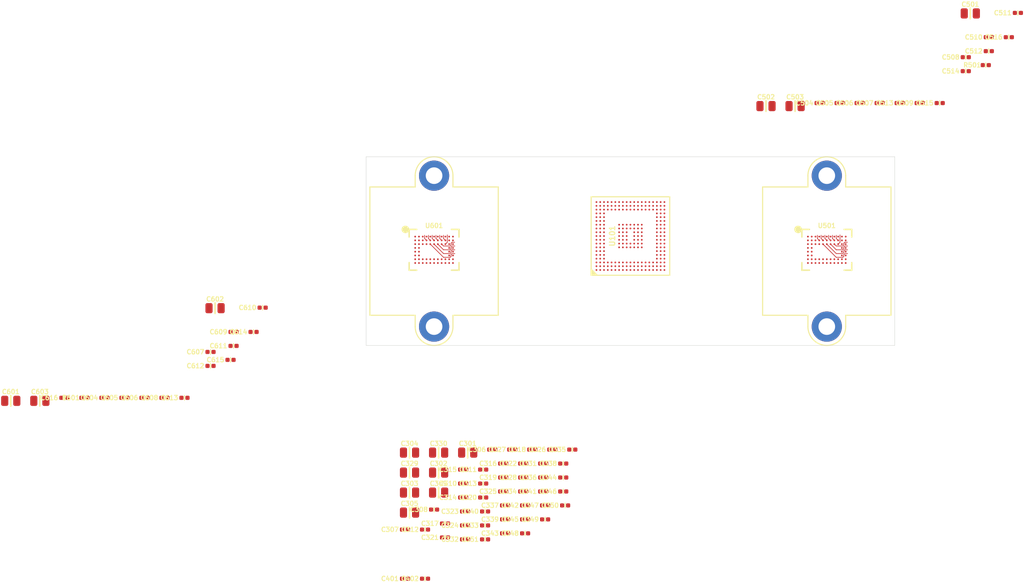
<source format=kicad_pcb>
(kicad_pcb (version 20171130) (host pcbnew 5.1.1)
  (layers (0 F.Cu signal) (1 In1.Cu signal) (2 In2.Cu signal) (3 In3.Cu signal) (4 In4.Cu signal) (31 B.Cu signal) (34 B.Paste user) (35 F.Paste user) (36 B.SilkS user) (37 F.SilkS user) (38 B.Mask user) (39 F.Mask user) (44 Edge.Cuts user))
  (net 0 "")
  (net 1 GND)
  (net 2 /VCCO_35)
  (net 3 /Power/VCCINT)
  (net 4 /Power/VCCBRAM)
  (net 5 /VCCO_14)
  (net 6 /VCCO_16)
  (net 7 /Power/VCCAUX)
  (net 8 /VCCO_34)
  (net 9 /Config/VCCO_0)
  (net 10 "/Camera 1/3V3")
  (net 11 "/Camera 1/1V8")
  (net 12 "/Camera 1/VPIX")
  (net 13 "/Camera 1/VREF")
  (net 14 "/Camera 2/3V3")
  (net 15 "/Camera 2/1V8")
  (net 16 "/Camera 2/VPIX")
  (net 17 "/Camera 2/VREF")
  (net 18 "Net-(U601-PadE11)")
  (net 19 "Net-(U601-PadD11)")
  (net 20 "Net-(U601-PadC11)")
  (net 21 "Net-(U601-PadB11)")
  (net 22 "Net-(U601-PadF10)")
  (net 23 "Net-(U601-PadE10)")
  (net 24 "Net-(U601-PadD10)")
  (net 25 "Net-(U601-PadC10)")
  (net 26 "Net-(U601-PadF2)")
  (net 27 "Net-(U601-PadD1)")
  (net 28 "Net-(U101-PadW19)")
  (net 29 "Net-(U101-PadV19)")
  (net 30 "Net-(U101-PadU19)")
  (net 31 "Net-(U101-PadR19)")
  (net 32 "Net-(U101-PadP19)")
  (net 33 "Net-(U101-PadN19)")
  (net 34 "Net-(U101-PadM19)")
  (net 35 "Net-(U101-PadK19)")
  (net 36 "Net-(U101-PadJ19)")
  (net 37 "Net-(U101-PadH19)")
  (net 38 "Net-(U101-PadG19)")
  (net 39 "Net-(U101-PadE19)")
  (net 40 "Net-(U101-PadD19)")
  (net 41 "Net-(U101-PadW18)")
  (net 42 "Net-(U101-PadU18)")
  (net 43 "Net-(U101-PadT18)")
  (net 44 "Net-(U101-PadR18)")
  (net 45 "Net-(U101-PadP18)")
  (net 46 "Net-(U101-PadN18)")
  (net 47 "Net-(U101-PadM18)")
  (net 48 "Net-(U101-PadL18)")
  (net 49 "Net-(U101-PadK18)")
  (net 50 "Net-(U101-PadJ18)")
  (net 51 "Net-(U101-PadG18)")
  (net 52 "Net-(U101-PadF18)")
  (net 53 "Net-(U101-PadE18)")
  (net 54 "Net-(U101-PadD18)")
  (net 55 "Net-(U101-PadB18)")
  (net 56 "Net-(U101-PadA18)")
  (net 57 "Net-(U101-PadW17)")
  (net 58 "Net-(U101-PadV17)")
  (net 59 "Net-(U101-PadU17)")
  (net 60 "Net-(U101-PadT17)")
  (net 61 "Net-(U101-PadP17)")
  (net 62 "Net-(U101-PadN17)")
  (net 63 "Net-(U101-PadL17)")
  (net 64 "Net-(U101-PadK17)")
  (net 65 "Net-(U101-PadJ17)")
  (net 66 "Net-(U101-PadH17)")
  (net 67 "Net-(U101-PadG17)")
  (net 68 "Net-(U101-PadD17)")
  (net 69 "Net-(U101-PadC17)")
  (net 70 "Net-(U101-PadB17)")
  (net 71 "Net-(U101-PadA17)")
  (net 72 "Net-(U101-PadW16)")
  (net 73 "Net-(U101-PadV16)")
  (net 74 "Net-(U101-PadU16)")
  (net 75 "Net-(U101-PadC16)")
  (net 76 "Net-(U101-PadB16)")
  (net 77 "Net-(U101-PadA16)")
  (net 78 "Net-(U101-PadW15)")
  (net 79 "Net-(U101-PadV15)")
  (net 80 "Net-(U101-PadU15)")
  (net 81 "Net-(U101-PadC15)")
  (net 82 "Net-(U101-PadB15)")
  (net 83 "Net-(U101-PadA15)")
  (net 84 "Net-(U101-PadW14)")
  (net 85 "Net-(U101-PadV14)")
  (net 86 "Net-(U101-PadU14)")
  (net 87 "Net-(U101-PadA14)")
  (net 88 "Net-(U101-PadW13)")
  (net 89 "Net-(U101-PadV13)")
  (net 90 /Power/VCCADC)
  (net 91 "Net-(U101-PadB13)")
  (net 92 "Net-(U101-PadA13)")
  (net 93 "Net-(U101-PadV12)")
  (net 94 "Net-(U101-PadU12)")
  (net 95 /Power/GNDADC)
  (net 96 "Net-(U101-PadB12)")
  (net 97 "Net-(U101-PadA12)")
  (net 98 "Net-(U101-PadW11)")
  (net 99 "Net-(U101-PadV11)")
  (net 100 "Net-(U101-PadU11)")
  (net 101 "Net-(U101-PadC11)")
  (net 102 "Net-(U101-PadB11)")
  (net 103 "Net-(U101-PadA11)")
  (net 104 "Net-(U101-PadW10)")
  (net 105 "Net-(U101-PadV10)")
  (net 106 "Net-(U101-PadU10)")
  (net 107 "Net-(U101-PadB10)")
  (net 108 "Net-(U101-PadA10)")
  (net 109 "Net-(U101-PadW9)")
  (net 110 /Power/VCCBAT)
  (net 111 "Net-(U101-PadW8)")
  (net 112 "Net-(U101-PadV8)")
  (net 113 "Net-(U101-PadU8)")
  (net 114 "Net-(U101-PadC8)")
  (net 115 "Net-(U101-PadB8)")
  (net 116 "Net-(U101-PadA8)")
  (net 117 "Net-(U101-PadW7)")
  (net 118 "Net-(U101-PadV7)")
  (net 119 "Net-(U101-PadU7)")
  (net 120 "Net-(U101-PadW6)")
  (net 121 "Net-(U101-PadW5)")
  (net 122 "Net-(U101-PadV5)")
  (net 123 "Net-(U101-PadU5)")
  (net 124 "Net-(U101-PadW4)")
  (net 125 "Net-(U101-PadV4)")
  (net 126 "Net-(U101-PadU4)")
  (net 127 "Net-(U101-PadW3)")
  (net 128 "Net-(U101-PadV3)")
  (net 129 "Net-(U101-PadU3)")
  (net 130 "Net-(U101-PadT3)")
  (net 131 "Net-(U101-PadR3)")
  (net 132 "Net-(U101-PadP3)")
  (net 133 "Net-(U101-PadN3)")
  (net 134 "Net-(U101-PadM3)")
  (net 135 "Net-(U101-PadL3)")
  (net 136 "Net-(U101-PadK3)")
  (net 137 "Net-(U101-PadJ3)")
  (net 138 "Net-(U101-PadG3)")
  (net 139 "Net-(U101-PadW2)")
  (net 140 "Net-(U101-PadV2)")
  (net 141 "Net-(U101-PadU2)")
  (net 142 "Net-(U101-PadT2)")
  (net 143 "Net-(U101-PadR2)")
  (net 144 "Net-(U101-PadN2)")
  (net 145 "Net-(U101-PadM2)")
  (net 146 "Net-(U101-PadL2)")
  (net 147 "Net-(U101-PadK2)")
  (net 148 "Net-(U101-PadJ2)")
  (net 149 "Net-(U101-PadH2)")
  (net 150 "Net-(U101-PadG2)")
  (net 151 "Net-(U101-PadD2)")
  (net 152 "Net-(U101-PadB2)")
  (net 153 "Net-(U101-PadA2)")
  (net 154 "Net-(U101-PadU1)")
  (net 155 "Net-(U101-PadT1)")
  (net 156 "Net-(U101-PadP1)")
  (net 157 "Net-(U101-PadN1)")
  (net 158 "Net-(U101-PadM1)")
  (net 159 "Net-(U101-PadL1)")
  (net 160 "Net-(U101-PadJ1)")
  (net 161 "Net-(U101-PadH1)")
  (net 162 "Net-(U101-PadD1)")
  (net 163 "Net-(U501-PadE11)")
  (net 164 "Net-(U501-PadD11)")
  (net 165 "Net-(U501-PadC11)")
  (net 166 "Net-(U501-PadB11)")
  (net 167 "Net-(U501-PadF10)")
  (net 168 "Net-(U501-PadE10)")
  (net 169 "Net-(U501-PadD10)")
  (net 170 "Net-(U501-PadC10)")
  (net 171 "/Camera 1/CLK_IN")
  (net 172 "/Camera 1/MOSI")
  (net 173 "/Camera 1/MISO")
  (net 174 "/Camera 1/RESET_N")
  (net 175 "/Camera 1/SCK")
  (net 176 "/Camera 1/SS_N")
  (net 177 "/Camera 1/TRIGGER")
  (net 178 "Net-(U501-PadF2)")
  (net 179 "/Camera 1/BIAS")
  (net 180 "Net-(U501-PadD1)")
  (net 181 "/Camera 2/CLK_IN")
  (net 182 "/Camera 2/MOSI")
  (net 183 "/Camera 2/MISO")
  (net 184 "/Camera 2/RESET_N")
  (net 185 "/Camera 2/SCK")
  (net 186 "/Camera 2/SS_N")
  (net 187 "/Camera 2/TRIGGER")
  (net 188 "/Camera 2/BIAS")
  (net 189 "/Camera 1/DOUT2")
  (net 190 "/Camera 1/DOUT1")
  (net 191 "/Camera 1/PIX_CLK")
  (net 192 "/Camera 1/DOUT0")
  (net 193 "/Camera 1/DOUT6")
  (net 194 "/Camera 1/DOUT5")
  (net 195 "/Camera 1/DOUT3")
  (net 196 "/Camera 1/DOUT4")
  (net 197 "/Camera 1/FRAME_VALID")
  (net 198 "/Camera 1/DOUT9")
  (net 199 "/Camera 1/DOUT7")
  (net 200 "/Camera 1/DOUT8")
  (net 201 "/Camera 1/LINE_VALID")
  (net 202 "/Camera 1/INT_TIME")
  (net 203 "/Camera 2/DOUT2")
  (net 204 "/Camera 2/DOUT1")
  (net 205 "/Camera 2/PIX_CLK")
  (net 206 "/Camera 2/DOUT0")
  (net 207 "/Camera 2/DOUT6")
  (net 208 "/Camera 2/DOUT5")
  (net 209 "/Camera 2/DOUT3")
  (net 210 "/Camera 2/DOUT4")
  (net 211 "/Camera 2/FRAME_VALID")
  (net 212 "/Camera 2/DOUT9")
  (net 213 "/Camera 2/DOUT7")
  (net 214 "/Camera 2/DOUT8")
  (net 215 "/Camera 2/LINE_VALID")
  (net 216 "/Camera 2/INT_TIME")
  (module cameras:PYTHON480 (layer F.Cu) (at 89 82.325)
    (fp_text reference U601 (at 0 -3.2) (layer F.SilkS) (effects (font (size 0.6 0.6) (thickness 0.13))))
    (fp_text value PYTHON480)
    (pad H11 smd circle (at 2.5 1.75) (size 0.23 0.23) (layers F.Cu F.Paste F.Mask) (net 14 "/Camera 2/3V3"))
    (pad G11 smd circle (at 2.5 1.25) (size 0.23 0.23) (layers F.Cu F.Paste F.Mask) (net 1 GND))
    (pad F11 smd circle (at 2.5 0.75) (size 0.23 0.23) (layers F.Cu F.Paste F.Mask) (net 14 "/Camera 2/3V3"))
    (pad E11 smd circle (at 2.5 0.25) (size 0.23 0.23) (layers F.Cu F.Paste F.Mask) (net 18 "Net-(U601-PadE11)"))
    (pad D11 smd circle (at 2.5 -0.25) (size 0.23 0.23) (layers F.Cu F.Paste F.Mask) (net 19 "Net-(U601-PadD11)"))
    (pad C11 smd circle (at 2.5 -0.75) (size 0.23 0.23) (layers F.Cu F.Paste F.Mask) (net 20 "Net-(U601-PadC11)"))
    (pad B11 smd circle (at 2.5 -1.25) (size 0.23 0.23) (layers F.Cu F.Paste F.Mask) (net 21 "Net-(U601-PadB11)"))
    (pad A11 smd circle (at 2.5 -1.75) (size 0.23 0.23) (layers F.Cu F.Paste F.Mask) (net 1 GND))
    (pad H10 smd circle (at 2 1.75) (size 0.23 0.23) (layers F.Cu F.Paste F.Mask) (net 14 "/Camera 2/3V3"))
    (pad G10 smd circle (at 2 1.25) (size 0.23 0.23) (layers F.Cu F.Paste F.Mask) (net 1 GND))
    (pad F10 smd circle (at 2 0.75) (size 0.23 0.23) (layers F.Cu F.Paste F.Mask) (net 22 "Net-(U601-PadF10)"))
    (pad E10 smd circle (at 2 0.25) (size 0.23 0.23) (layers F.Cu F.Paste F.Mask) (net 23 "Net-(U601-PadE10)"))
    (pad D10 smd circle (at 2 -0.25) (size 0.23 0.23) (layers F.Cu F.Paste F.Mask) (net 24 "Net-(U601-PadD10)"))
    (pad C10 smd circle (at 2 -0.75) (size 0.23 0.23) (layers F.Cu F.Paste F.Mask) (net 25 "Net-(U601-PadC10)"))
    (pad B10 smd circle (at 2 -1.25) (size 0.23 0.23) (layers F.Cu F.Paste F.Mask) (net 16 "/Camera 2/VPIX"))
    (pad A10 smd circle (at 2 -1.75) (size 0.23 0.23) (layers F.Cu F.Paste F.Mask) (net 15 "/Camera 2/1V8"))
    (pad H9 smd circle (at 1.5 1.75) (size 0.23 0.23) (layers F.Cu F.Paste F.Mask) (net 15 "/Camera 2/1V8"))
    (pad G9 smd circle (at 1.5 1.25) (size 0.23 0.23) (layers F.Cu F.Paste F.Mask) (net 181 "/Camera 2/CLK_IN"))
    (pad C9 smd circle (at 1.5 -0.75) (size 0.23 0.23) (layers F.Cu F.Paste F.Mask) (net 204 "/Camera 2/DOUT1"))
    (pad B9 smd circle (at 1.5 -1.25) (size 0.23 0.23) (layers F.Cu F.Paste F.Mask) (net 206 "/Camera 2/DOUT0"))
    (pad A9 smd circle (at 1.5 -1.75) (size 0.23 0.23) (layers F.Cu F.Paste F.Mask) (net 203 "/Camera 2/DOUT2"))
    (pad H8 smd circle (at 1 1.75) (size 0.23 0.23) (layers F.Cu F.Paste F.Mask) (net 1 GND))
    (pad G8 smd circle (at 1 1.25) (size 0.23 0.23) (layers F.Cu F.Paste F.Mask) (net 1 GND))
    (pad C8 smd circle (at 1 -0.75) (size 0.23 0.23) (layers F.Cu F.Paste F.Mask) (net 209 "/Camera 2/DOUT3"))
    (pad B8 smd circle (at 1 -1.25) (size 0.23 0.23) (layers F.Cu F.Paste F.Mask) (net 210 "/Camera 2/DOUT4"))
    (pad A8 smd circle (at 1 -1.75) (size 0.23 0.23) (layers F.Cu F.Paste F.Mask) (net 205 "/Camera 2/PIX_CLK"))
    (pad H7 smd circle (at 0.5 1.75) (size 0.23 0.23) (layers F.Cu F.Paste F.Mask) (net 1 GND))
    (pad G7 smd circle (at 0.5 1.25) (size 0.23 0.23) (layers F.Cu F.Paste F.Mask) (net 1 GND))
    (pad C7 smd circle (at 0.5 -0.75) (size 0.23 0.23) (layers F.Cu F.Paste F.Mask) (net 208 "/Camera 2/DOUT5"))
    (pad B7 smd circle (at 0.5 -1.25) (size 0.23 0.23) (layers F.Cu F.Paste F.Mask) (net 207 "/Camera 2/DOUT6"))
    (pad A7 smd circle (at 0.5 -1.75) (size 0.23 0.23) (layers F.Cu F.Paste F.Mask) (net 213 "/Camera 2/DOUT7"))
    (pad H6 smd circle (at 0 1.75) (size 0.23 0.23) (layers F.Cu F.Paste F.Mask) (net 17 "/Camera 2/VREF"))
    (pad G6 smd circle (at 0 1.25) (size 0.23 0.23) (layers F.Cu F.Paste F.Mask) (net 1 GND))
    (pad C6 smd circle (at 0 -0.75) (size 0.23 0.23) (layers F.Cu F.Paste F.Mask) (net 214 "/Camera 2/DOUT8"))
    (pad B6 smd circle (at 0 -1.25) (size 0.23 0.23) (layers F.Cu F.Paste F.Mask) (net 16 "/Camera 2/VPIX"))
    (pad A6 smd circle (at 0 -1.75) (size 0.23 0.23) (layers F.Cu F.Paste F.Mask) (net 1 GND))
    (pad H5 smd circle (at -0.5 1.75) (size 0.23 0.23) (layers F.Cu F.Paste F.Mask) (net 1 GND))
    (pad G5 smd circle (at -0.5 1.25) (size 0.23 0.23) (layers F.Cu F.Paste F.Mask) (net 182 "/Camera 2/MOSI"))
    (pad C5 smd circle (at -0.5 -0.75) (size 0.23 0.23) (layers F.Cu F.Paste F.Mask) (net 212 "/Camera 2/DOUT9"))
    (pad B5 smd circle (at -0.5 -1.25) (size 0.23 0.23) (layers F.Cu F.Paste F.Mask) (net 215 "/Camera 2/LINE_VALID"))
    (pad A5 smd circle (at -0.5 -1.75) (size 0.23 0.23) (layers F.Cu F.Paste F.Mask) (net 211 "/Camera 2/FRAME_VALID"))
    (pad H4 smd circle (at -1 1.75) (size 0.23 0.23) (layers F.Cu F.Paste F.Mask))
    (pad G4 smd circle (at -1 1.25) (size 0.23 0.23) (layers F.Cu F.Paste F.Mask) (net 183 "/Camera 2/MISO"))
    (pad C4 smd circle (at -1 -0.75) (size 0.23 0.23) (layers F.Cu F.Paste F.Mask) (net 184 "/Camera 2/RESET_N"))
    (pad B4 smd circle (at -1 -1.25) (size 0.23 0.23) (layers F.Cu F.Paste F.Mask) (net 185 "/Camera 2/SCK"))
    (pad A4 smd circle (at -1 -1.75) (size 0.23 0.23) (layers F.Cu F.Paste F.Mask) (net 186 "/Camera 2/SS_N"))
    (pad H3 smd circle (at -1.5 1.75) (size 0.23 0.23) (layers F.Cu F.Paste F.Mask))
    (pad G3 smd circle (at -1.5 1.25) (size 0.23 0.23) (layers F.Cu F.Paste F.Mask) (net 14 "/Camera 2/3V3"))
    (pad C3 smd circle (at -1.5 -0.75) (size 0.23 0.23) (layers F.Cu F.Paste F.Mask) (net 187 "/Camera 2/TRIGGER"))
    (pad B3 smd circle (at -1.5 -1.25) (size 0.23 0.23) (layers F.Cu F.Paste F.Mask) (net 1 GND))
    (pad A3 smd circle (at -1.5 -1.75) (size 0.23 0.23) (layers F.Cu F.Paste F.Mask) (net 1 GND))
    (pad H2 smd circle (at -2 1.75) (size 0.23 0.23) (layers F.Cu F.Paste F.Mask))
    (pad G2 smd circle (at -2 1.25) (size 0.23 0.23) (layers F.Cu F.Paste F.Mask) (net 1 GND))
    (pad F2 smd circle (at -2 0.75) (size 0.23 0.23) (layers F.Cu F.Paste F.Mask) (net 26 "Net-(U601-PadF2)"))
    (pad E2 smd circle (at -2 0.25) (size 0.23 0.23) (layers F.Cu F.Paste F.Mask) (net 1 GND))
    (pad D2 smd circle (at -2 -0.25) (size 0.23 0.23) (layers F.Cu F.Paste F.Mask) (net 1 GND))
    (pad C2 smd circle (at -2 -0.75) (size 0.23 0.23) (layers F.Cu F.Paste F.Mask) (net 1 GND))
    (pad B2 smd circle (at -2 -1.25) (size 0.23 0.23) (layers F.Cu F.Paste F.Mask) (net 1 GND))
    (pad A2 smd circle (at -2 -1.75) (size 0.23 0.23) (layers F.Cu F.Paste F.Mask) (net 15 "/Camera 2/1V8"))
    (pad H1 smd circle (at -2.5 1.75) (size 0.23 0.23) (layers F.Cu F.Paste F.Mask))
    (pad G1 smd circle (at -2.5 1.25) (size 0.23 0.23) (layers F.Cu F.Paste F.Mask))
    (pad F1 smd circle (at -2.5 0.75) (size 0.23 0.23) (layers F.Cu F.Paste F.Mask))
    (pad E1 smd circle (at -2.5 0.25) (size 0.23 0.23) (layers F.Cu F.Paste F.Mask) (net 188 "/Camera 2/BIAS"))
    (pad D1 smd circle (at -2.5 -0.25) (size 0.23 0.23) (layers F.Cu F.Paste F.Mask) (net 27 "Net-(U601-PadD1)"))
    (pad C1 smd circle (at -2.5 -0.75) (size 0.23 0.23) (layers F.Cu F.Paste F.Mask) (net 216 "/Camera 2/INT_TIME"))
    (pad B1 smd circle (at -2.5 -1.25) (size 0.23 0.23) (layers F.Cu F.Paste F.Mask) (net 14 "/Camera 2/3V3"))
    (pad A1 smd circle (at -2.5 -1.75) (size 0.23 0.23) (layers F.Cu F.Paste F.Mask) (net 16 "/Camera 2/VPIX"))
  )
  (module cameras:PYTHON480 (layer F.Cu) (at 141 82.325)
    (fp_text reference U501 (at 0 -3.2) (layer F.SilkS) (effects (font (size 0.6 0.6) (thickness 0.13))))
    (fp_text value PYTHON480)
    (pad H11 smd circle (at 2.5 1.75) (size 0.23 0.23) (layers F.Cu F.Paste F.Mask) (net 10 "/Camera 1/3V3"))
    (pad G11 smd circle (at 2.5 1.25) (size 0.23 0.23) (layers F.Cu F.Paste F.Mask) (net 1 GND))
    (pad F11 smd circle (at 2.5 0.75) (size 0.23 0.23) (layers F.Cu F.Paste F.Mask) (net 10 "/Camera 1/3V3"))
    (pad E11 smd circle (at 2.5 0.25) (size 0.23 0.23) (layers F.Cu F.Paste F.Mask) (net 163 "Net-(U501-PadE11)"))
    (pad D11 smd circle (at 2.5 -0.25) (size 0.23 0.23) (layers F.Cu F.Paste F.Mask) (net 164 "Net-(U501-PadD11)"))
    (pad C11 smd circle (at 2.5 -0.75) (size 0.23 0.23) (layers F.Cu F.Paste F.Mask) (net 165 "Net-(U501-PadC11)"))
    (pad B11 smd circle (at 2.5 -1.25) (size 0.23 0.23) (layers F.Cu F.Paste F.Mask) (net 166 "Net-(U501-PadB11)"))
    (pad A11 smd circle (at 2.5 -1.75) (size 0.23 0.23) (layers F.Cu F.Paste F.Mask) (net 1 GND))
    (pad H10 smd circle (at 2 1.75) (size 0.23 0.23) (layers F.Cu F.Paste F.Mask) (net 10 "/Camera 1/3V3"))
    (pad G10 smd circle (at 2 1.25) (size 0.23 0.23) (layers F.Cu F.Paste F.Mask) (net 1 GND))
    (pad F10 smd circle (at 2 0.75) (size 0.23 0.23) (layers F.Cu F.Paste F.Mask) (net 167 "Net-(U501-PadF10)"))
    (pad E10 smd circle (at 2 0.25) (size 0.23 0.23) (layers F.Cu F.Paste F.Mask) (net 168 "Net-(U501-PadE10)"))
    (pad D10 smd circle (at 2 -0.25) (size 0.23 0.23) (layers F.Cu F.Paste F.Mask) (net 169 "Net-(U501-PadD10)"))
    (pad C10 smd circle (at 2 -0.75) (size 0.23 0.23) (layers F.Cu F.Paste F.Mask) (net 170 "Net-(U501-PadC10)"))
    (pad B10 smd circle (at 2 -1.25) (size 0.23 0.23) (layers F.Cu F.Paste F.Mask) (net 12 "/Camera 1/VPIX"))
    (pad A10 smd circle (at 2 -1.75) (size 0.23 0.23) (layers F.Cu F.Paste F.Mask) (net 11 "/Camera 1/1V8"))
    (pad H9 smd circle (at 1.5 1.75) (size 0.23 0.23) (layers F.Cu F.Paste F.Mask) (net 11 "/Camera 1/1V8"))
    (pad G9 smd circle (at 1.5 1.25) (size 0.23 0.23) (layers F.Cu F.Paste F.Mask) (net 171 "/Camera 1/CLK_IN"))
    (pad C9 smd circle (at 1.5 -0.75) (size 0.23 0.23) (layers F.Cu F.Paste F.Mask) (net 190 "/Camera 1/DOUT1"))
    (pad B9 smd circle (at 1.5 -1.25) (size 0.23 0.23) (layers F.Cu F.Paste F.Mask) (net 192 "/Camera 1/DOUT0"))
    (pad A9 smd circle (at 1.5 -1.75) (size 0.23 0.23) (layers F.Cu F.Paste F.Mask) (net 189 "/Camera 1/DOUT2"))
    (pad H8 smd circle (at 1 1.75) (size 0.23 0.23) (layers F.Cu F.Paste F.Mask) (net 1 GND))
    (pad G8 smd circle (at 1 1.25) (size 0.23 0.23) (layers F.Cu F.Paste F.Mask) (net 1 GND))
    (pad C8 smd circle (at 1 -0.75) (size 0.23 0.23) (layers F.Cu F.Paste F.Mask) (net 195 "/Camera 1/DOUT3"))
    (pad B8 smd circle (at 1 -1.25) (size 0.23 0.23) (layers F.Cu F.Paste F.Mask) (net 196 "/Camera 1/DOUT4"))
    (pad A8 smd circle (at 1 -1.75) (size 0.23 0.23) (layers F.Cu F.Paste F.Mask) (net 191 "/Camera 1/PIX_CLK"))
    (pad H7 smd circle (at 0.5 1.75) (size 0.23 0.23) (layers F.Cu F.Paste F.Mask) (net 1 GND))
    (pad G7 smd circle (at 0.5 1.25) (size 0.23 0.23) (layers F.Cu F.Paste F.Mask) (net 1 GND))
    (pad C7 smd circle (at 0.5 -0.75) (size 0.23 0.23) (layers F.Cu F.Paste F.Mask) (net 194 "/Camera 1/DOUT5"))
    (pad B7 smd circle (at 0.5 -1.25) (size 0.23 0.23) (layers F.Cu F.Paste F.Mask) (net 193 "/Camera 1/DOUT6"))
    (pad A7 smd circle (at 0.5 -1.75) (size 0.23 0.23) (layers F.Cu F.Paste F.Mask) (net 199 "/Camera 1/DOUT7"))
    (pad H6 smd circle (at 0 1.75) (size 0.23 0.23) (layers F.Cu F.Paste F.Mask) (net 13 "/Camera 1/VREF"))
    (pad G6 smd circle (at 0 1.25) (size 0.23 0.23) (layers F.Cu F.Paste F.Mask) (net 1 GND))
    (pad C6 smd circle (at 0 -0.75) (size 0.23 0.23) (layers F.Cu F.Paste F.Mask) (net 200 "/Camera 1/DOUT8"))
    (pad B6 smd circle (at 0 -1.25) (size 0.23 0.23) (layers F.Cu F.Paste F.Mask) (net 12 "/Camera 1/VPIX"))
    (pad A6 smd circle (at 0 -1.75) (size 0.23 0.23) (layers F.Cu F.Paste F.Mask) (net 1 GND))
    (pad H5 smd circle (at -0.5 1.75) (size 0.23 0.23) (layers F.Cu F.Paste F.Mask) (net 1 GND))
    (pad G5 smd circle (at -0.5 1.25) (size 0.23 0.23) (layers F.Cu F.Paste F.Mask) (net 172 "/Camera 1/MOSI"))
    (pad C5 smd circle (at -0.5 -0.75) (size 0.23 0.23) (layers F.Cu F.Paste F.Mask) (net 198 "/Camera 1/DOUT9"))
    (pad B5 smd circle (at -0.5 -1.25) (size 0.23 0.23) (layers F.Cu F.Paste F.Mask) (net 201 "/Camera 1/LINE_VALID"))
    (pad A5 smd circle (at -0.5 -1.75) (size 0.23 0.23) (layers F.Cu F.Paste F.Mask) (net 197 "/Camera 1/FRAME_VALID"))
    (pad H4 smd circle (at -1 1.75) (size 0.23 0.23) (layers F.Cu F.Paste F.Mask))
    (pad G4 smd circle (at -1 1.25) (size 0.23 0.23) (layers F.Cu F.Paste F.Mask) (net 173 "/Camera 1/MISO"))
    (pad C4 smd circle (at -1 -0.75) (size 0.23 0.23) (layers F.Cu F.Paste F.Mask) (net 174 "/Camera 1/RESET_N"))
    (pad B4 smd circle (at -1 -1.25) (size 0.23 0.23) (layers F.Cu F.Paste F.Mask) (net 175 "/Camera 1/SCK"))
    (pad A4 smd circle (at -1 -1.75) (size 0.23 0.23) (layers F.Cu F.Paste F.Mask) (net 176 "/Camera 1/SS_N"))
    (pad H3 smd circle (at -1.5 1.75) (size 0.23 0.23) (layers F.Cu F.Paste F.Mask))
    (pad G3 smd circle (at -1.5 1.25) (size 0.23 0.23) (layers F.Cu F.Paste F.Mask) (net 10 "/Camera 1/3V3"))
    (pad C3 smd circle (at -1.5 -0.75) (size 0.23 0.23) (layers F.Cu F.Paste F.Mask) (net 177 "/Camera 1/TRIGGER"))
    (pad B3 smd circle (at -1.5 -1.25) (size 0.23 0.23) (layers F.Cu F.Paste F.Mask) (net 1 GND))
    (pad A3 smd circle (at -1.5 -1.75) (size 0.23 0.23) (layers F.Cu F.Paste F.Mask) (net 1 GND))
    (pad H2 smd circle (at -2 1.75) (size 0.23 0.23) (layers F.Cu F.Paste F.Mask))
    (pad G2 smd circle (at -2 1.25) (size 0.23 0.23) (layers F.Cu F.Paste F.Mask) (net 1 GND))
    (pad F2 smd circle (at -2 0.75) (size 0.23 0.23) (layers F.Cu F.Paste F.Mask) (net 178 "Net-(U501-PadF2)"))
    (pad E2 smd circle (at -2 0.25) (size 0.23 0.23) (layers F.Cu F.Paste F.Mask) (net 1 GND))
    (pad D2 smd circle (at -2 -0.25) (size 0.23 0.23) (layers F.Cu F.Paste F.Mask) (net 1 GND))
    (pad C2 smd circle (at -2 -0.75) (size 0.23 0.23) (layers F.Cu F.Paste F.Mask) (net 1 GND))
    (pad B2 smd circle (at -2 -1.25) (size 0.23 0.23) (layers F.Cu F.Paste F.Mask) (net 1 GND))
    (pad A2 smd circle (at -2 -1.75) (size 0.23 0.23) (layers F.Cu F.Paste F.Mask) (net 11 "/Camera 1/1V8"))
    (pad H1 smd circle (at -2.5 1.75) (size 0.23 0.23) (layers F.Cu F.Paste F.Mask))
    (pad G1 smd circle (at -2.5 1.25) (size 0.23 0.23) (layers F.Cu F.Paste F.Mask))
    (pad F1 smd circle (at -2.5 0.75) (size 0.23 0.23) (layers F.Cu F.Paste F.Mask))
    (pad E1 smd circle (at -2.5 0.25) (size 0.23 0.23) (layers F.Cu F.Paste F.Mask) (net 179 "/Camera 1/BIAS"))
    (pad D1 smd circle (at -2.5 -0.25) (size 0.23 0.23) (layers F.Cu F.Paste F.Mask) (net 180 "Net-(U501-PadD1)"))
    (pad C1 smd circle (at -2.5 -0.75) (size 0.23 0.23) (layers F.Cu F.Paste F.Mask) (net 202 "/Camera 1/INT_TIME"))
    (pad B1 smd circle (at -2.5 -1.25) (size 0.23 0.23) (layers F.Cu F.Paste F.Mask) (net 10 "/Camera 1/3V3"))
    (pad A1 smd circle (at -2.5 -1.75) (size 0.23 0.23) (layers F.Cu F.Paste F.Mask) (net 12 "/Camera 1/VPIX"))
  )
  (module passive:R_0402 (layer F.Cu) (at 42.7 101.94)
    (fp_text reference R601 (at -1.8 0) (layer F.SilkS) (effects (font (size 0.6 0.6) (thickness 0.13))))
    (fp_text value 47k)
    (pad 1 smd roundrect (at -0.4 0) (size 0.55 0.55) (layers F.Cu F.Paste F.Mask) (net 188 "/Camera 2/BIAS"))
    (pad 2 smd roundrect (at 0.4 0) (size 0.55 0.55) (layers F.Cu F.Paste F.Mask) (net 1 GND))
  )
  (module passive:R_0402 (layer F.Cu) (at 162.05 57.85)
    (fp_text reference R501 (at -1.8 0) (layer F.SilkS) (effects (font (size 0.6 0.6) (thickness 0.13))))
    (fp_text value 47k)
    (pad 1 smd roundrect (at -0.4 0) (size 0.55 0.55) (layers F.Cu F.Paste F.Mask) (net 179 "/Camera 1/BIAS"))
    (pad 2 smd roundrect (at 0.4 0) (size 0.55 0.55) (layers F.Cu F.Paste F.Mask) (net 1 GND))
  )
  (module lensholders:m12_20mm (layer F.Cu) (at 89 82.5 90)
    (fp_text reference LH601 hide)
    (fp_text value lens_holder hide)
    (pad 2 thru_hole circle (at 10 0 90) (size 4 4) (drill 2.2) (layers *.Cu *.Mask) (net 1 GND))
    (pad 1 thru_hole circle (at -10 0 90) (size 4 4) (drill 2.2) (layers *.Cu *.Mask) (net 1 GND))
  )
  (module lensholders:m12_20mm (layer F.Cu) (at 141 82.5 90)
    (fp_text reference LH501 hide)
    (fp_text value lens_holder hide)
    (pad 2 thru_hole circle (at 10 0 90) (size 4 4) (drill 2.2) (layers *.Cu *.Mask) (net 1 GND))
    (pad 1 thru_hole circle (at -10 0 90) (size 4 4) (drill 2.2) (layers *.Cu *.Mask) (net 1 GND))
  )
  (module passive:C_0402 (layer F.Cu) (at 40.05 101.94)
    (fp_text reference C616 (at -2 0) (layer F.SilkS) (effects (font (size 0.6 0.6) (thickness 0.13))))
    (fp_text value 0.1u)
    (pad 1 smd roundrect (at -0.4 0) (size 0.55 0.55) (layers F.Cu F.Paste F.Mask) (net 14 "/Camera 2/3V3"))
    (pad 2 smd roundrect (at 0.4 0) (size 0.55 0.55) (layers F.Cu F.Paste F.Mask) (net 1 GND))
  )
  (module passive:C_0402 (layer F.Cu) (at 62.05 96.91)
    (fp_text reference C615 (at -2 0) (layer F.SilkS) (effects (font (size 0.6 0.6) (thickness 0.13))))
    (fp_text value 0.1u)
    (pad 1 smd roundrect (at -0.4 0) (size 0.55 0.55) (layers F.Cu F.Paste F.Mask) (net 14 "/Camera 2/3V3"))
    (pad 2 smd roundrect (at 0.4 0) (size 0.55 0.55) (layers F.Cu F.Paste F.Mask) (net 1 GND))
  )
  (module passive:C_0402 (layer F.Cu) (at 65.1 93.21)
    (fp_text reference C614 (at -2 0) (layer F.SilkS) (effects (font (size 0.6 0.6) (thickness 0.13))))
    (fp_text value 0.1u)
    (pad 1 smd roundrect (at -0.4 0) (size 0.55 0.55) (layers F.Cu F.Paste F.Mask) (net 14 "/Camera 2/3V3"))
    (pad 2 smd roundrect (at 0.4 0) (size 0.55 0.55) (layers F.Cu F.Paste F.Mask) (net 1 GND))
  )
  (module passive:C_0402 (layer F.Cu) (at 55.95 101.94)
    (fp_text reference C613 (at -2 0) (layer F.SilkS) (effects (font (size 0.6 0.6) (thickness 0.13))))
    (fp_text value 4.7u)
    (pad 1 smd roundrect (at -0.4 0) (size 0.55 0.55) (layers F.Cu F.Paste F.Mask) (net 17 "/Camera 2/VREF"))
    (pad 2 smd roundrect (at 0.4 0) (size 0.55 0.55) (layers F.Cu F.Paste F.Mask) (net 1 GND))
  )
  (module passive:C_0402 (layer F.Cu) (at 59.4 97.71)
    (fp_text reference C612 (at -2 0) (layer F.SilkS) (effects (font (size 0.6 0.6) (thickness 0.13))))
    (fp_text value 0.1u)
    (pad 1 smd roundrect (at -0.4 0) (size 0.55 0.55) (layers F.Cu F.Paste F.Mask) (net 16 "/Camera 2/VPIX"))
    (pad 2 smd roundrect (at 0.4 0) (size 0.55 0.55) (layers F.Cu F.Paste F.Mask) (net 1 GND))
  )
  (module passive:C_0402 (layer F.Cu) (at 62.45 95.06)
    (fp_text reference C611 (at -2 0) (layer F.SilkS) (effects (font (size 0.6 0.6) (thickness 0.13))))
    (fp_text value 0.1u)
    (pad 1 smd roundrect (at -0.4 0) (size 0.55 0.55) (layers F.Cu F.Paste F.Mask) (net 15 "/Camera 2/1V8"))
    (pad 2 smd roundrect (at 0.4 0) (size 0.55 0.55) (layers F.Cu F.Paste F.Mask) (net 1 GND))
  )
  (module passive:C_0402 (layer F.Cu) (at 66.3 89.99)
    (fp_text reference C610 (at -2 0) (layer F.SilkS) (effects (font (size 0.6 0.6) (thickness 0.13))))
    (fp_text value 0.1u)
    (pad 1 smd roundrect (at -0.4 0) (size 0.55 0.55) (layers F.Cu F.Paste F.Mask) (net 14 "/Camera 2/3V3"))
    (pad 2 smd roundrect (at 0.4 0) (size 0.55 0.55) (layers F.Cu F.Paste F.Mask) (net 1 GND))
  )
  (module passive:C_0402 (layer F.Cu) (at 62.45 93.21)
    (fp_text reference C609 (at -2 0) (layer F.SilkS) (effects (font (size 0.6 0.6) (thickness 0.13))))
    (fp_text value 0.1u)
    (pad 1 smd roundrect (at -0.4 0) (size 0.55 0.55) (layers F.Cu F.Paste F.Mask) (net 16 "/Camera 2/VPIX"))
    (pad 2 smd roundrect (at 0.4 0) (size 0.55 0.55) (layers F.Cu F.Paste F.Mask) (net 1 GND))
  )
  (module passive:C_0402 (layer F.Cu) (at 53.3 101.94)
    (fp_text reference C608 (at -2 0) (layer F.SilkS) (effects (font (size 0.6 0.6) (thickness 0.13))))
    (fp_text value 0.1u)
    (pad 1 smd roundrect (at -0.4 0) (size 0.55 0.55) (layers F.Cu F.Paste F.Mask) (net 15 "/Camera 2/1V8"))
    (pad 2 smd roundrect (at 0.4 0) (size 0.55 0.55) (layers F.Cu F.Paste F.Mask) (net 1 GND))
  )
  (module passive:C_0402 (layer F.Cu) (at 59.4 95.86)
    (fp_text reference C607 (at -2 0) (layer F.SilkS) (effects (font (size 0.6 0.6) (thickness 0.13))))
    (fp_text value 0.1u)
    (pad 1 smd roundrect (at -0.4 0) (size 0.55 0.55) (layers F.Cu F.Paste F.Mask) (net 14 "/Camera 2/3V3"))
    (pad 2 smd roundrect (at 0.4 0) (size 0.55 0.55) (layers F.Cu F.Paste F.Mask) (net 1 GND))
  )
  (module passive:C_0402 (layer F.Cu) (at 50.65 101.94)
    (fp_text reference C606 (at -2 0) (layer F.SilkS) (effects (font (size 0.6 0.6) (thickness 0.13))))
    (fp_text value 0.1u)
    (pad 1 smd roundrect (at -0.4 0) (size 0.55 0.55) (layers F.Cu F.Paste F.Mask) (net 16 "/Camera 2/VPIX"))
    (pad 2 smd roundrect (at 0.4 0) (size 0.55 0.55) (layers F.Cu F.Paste F.Mask) (net 1 GND))
  )
  (module passive:C_0402 (layer F.Cu) (at 48 101.94)
    (fp_text reference C605 (at -2 0) (layer F.SilkS) (effects (font (size 0.6 0.6) (thickness 0.13))))
    (fp_text value 0.1u)
    (pad 1 smd roundrect (at -0.4 0) (size 0.55 0.55) (layers F.Cu F.Paste F.Mask) (net 15 "/Camera 2/1V8"))
    (pad 2 smd roundrect (at 0.4 0) (size 0.55 0.55) (layers F.Cu F.Paste F.Mask) (net 1 GND))
  )
  (module passive:C_0402 (layer F.Cu) (at 45.35 101.94)
    (fp_text reference C604 (at -2 0) (layer F.SilkS) (effects (font (size 0.6 0.6) (thickness 0.13))))
    (fp_text value 0.1u)
    (pad 1 smd roundrect (at -0.4 0) (size 0.55 0.55) (layers F.Cu F.Paste F.Mask) (net 14 "/Camera 2/3V3"))
    (pad 2 smd roundrect (at 0.4 0) (size 0.55 0.55) (layers F.Cu F.Paste F.Mask) (net 1 GND))
  )
  (module passive:C_0805 (layer F.Cu) (at 36.8 102.34)
    (fp_text reference C603 (at 0 -1.2) (layer F.SilkS) (effects (font (size 0.6 0.6) (thickness 0.13))))
    (fp_text value 47u)
    (pad 2 smd roundrect (at 0.8 0) (size 0.95 1.35) (layers F.Cu F.Paste F.Mask) (net 1 GND))
    (pad 1 smd roundrect (at -0.8 0) (size 0.95 1.35) (layers F.Cu F.Paste F.Mask) (net 16 "/Camera 2/VPIX"))
  )
  (module passive:C_0805 (layer F.Cu) (at 60 90.06)
    (fp_text reference C602 (at 0 -1.2) (layer F.SilkS) (effects (font (size 0.6 0.6) (thickness 0.13))))
    (fp_text value 47u)
    (pad 2 smd roundrect (at 0.8 0) (size 0.95 1.35) (layers F.Cu F.Paste F.Mask) (net 1 GND))
    (pad 1 smd roundrect (at -0.8 0) (size 0.95 1.35) (layers F.Cu F.Paste F.Mask) (net 15 "/Camera 2/1V8"))
  )
  (module passive:C_0805 (layer F.Cu) (at 32.95 102.34)
    (fp_text reference C601 (at 0 -1.2) (layer F.SilkS) (effects (font (size 0.6 0.6) (thickness 0.13))))
    (fp_text value 47u)
    (pad 2 smd roundrect (at 0.8 0) (size 0.95 1.35) (layers F.Cu F.Paste F.Mask) (net 1 GND))
    (pad 1 smd roundrect (at -0.8 0) (size 0.95 1.35) (layers F.Cu F.Paste F.Mask) (net 14 "/Camera 2/3V3"))
  )
  (module passive:C_0402 (layer F.Cu) (at 165.1 54.15)
    (fp_text reference C516 (at -2 0) (layer F.SilkS) (effects (font (size 0.6 0.6) (thickness 0.13))))
    (fp_text value 0.1u)
    (pad 1 smd roundrect (at -0.4 0) (size 0.55 0.55) (layers F.Cu F.Paste F.Mask) (net 10 "/Camera 1/3V3"))
    (pad 2 smd roundrect (at 0.4 0) (size 0.55 0.55) (layers F.Cu F.Paste F.Mask) (net 1 GND))
  )
  (module passive:C_0402 (layer F.Cu) (at 155.95 62.88)
    (fp_text reference C515 (at -2 0) (layer F.SilkS) (effects (font (size 0.6 0.6) (thickness 0.13))))
    (fp_text value 0.1u)
    (pad 1 smd roundrect (at -0.4 0) (size 0.55 0.55) (layers F.Cu F.Paste F.Mask) (net 10 "/Camera 1/3V3"))
    (pad 2 smd roundrect (at 0.4 0) (size 0.55 0.55) (layers F.Cu F.Paste F.Mask) (net 1 GND))
  )
  (module passive:C_0402 (layer F.Cu) (at 159.4 58.65)
    (fp_text reference C514 (at -2 0) (layer F.SilkS) (effects (font (size 0.6 0.6) (thickness 0.13))))
    (fp_text value 0.1u)
    (pad 1 smd roundrect (at -0.4 0) (size 0.55 0.55) (layers F.Cu F.Paste F.Mask) (net 10 "/Camera 1/3V3"))
    (pad 2 smd roundrect (at 0.4 0) (size 0.55 0.55) (layers F.Cu F.Paste F.Mask) (net 1 GND))
  )
  (module passive:C_0402 (layer F.Cu) (at 150.65 62.88)
    (fp_text reference C513 (at -2 0) (layer F.SilkS) (effects (font (size 0.6 0.6) (thickness 0.13))))
    (fp_text value 4.7u)
    (pad 1 smd roundrect (at -0.4 0) (size 0.55 0.55) (layers F.Cu F.Paste F.Mask) (net 13 "/Camera 1/VREF"))
    (pad 2 smd roundrect (at 0.4 0) (size 0.55 0.55) (layers F.Cu F.Paste F.Mask) (net 1 GND))
  )
  (module passive:C_0402 (layer F.Cu) (at 162.45 56)
    (fp_text reference C512 (at -2 0) (layer F.SilkS) (effects (font (size 0.6 0.6) (thickness 0.13))))
    (fp_text value 0.1u)
    (pad 1 smd roundrect (at -0.4 0) (size 0.55 0.55) (layers F.Cu F.Paste F.Mask) (net 12 "/Camera 1/VPIX"))
    (pad 2 smd roundrect (at 0.4 0) (size 0.55 0.55) (layers F.Cu F.Paste F.Mask) (net 1 GND))
  )
  (module passive:C_0402 (layer F.Cu) (at 166.3 50.93)
    (fp_text reference C511 (at -2 0) (layer F.SilkS) (effects (font (size 0.6 0.6) (thickness 0.13))))
    (fp_text value 0.1u)
    (pad 1 smd roundrect (at -0.4 0) (size 0.55 0.55) (layers F.Cu F.Paste F.Mask) (net 11 "/Camera 1/1V8"))
    (pad 2 smd roundrect (at 0.4 0) (size 0.55 0.55) (layers F.Cu F.Paste F.Mask) (net 1 GND))
  )
  (module passive:C_0402 (layer F.Cu) (at 162.45 54.15)
    (fp_text reference C510 (at -2 0) (layer F.SilkS) (effects (font (size 0.6 0.6) (thickness 0.13))))
    (fp_text value 0.1u)
    (pad 1 smd roundrect (at -0.4 0) (size 0.55 0.55) (layers F.Cu F.Paste F.Mask) (net 10 "/Camera 1/3V3"))
    (pad 2 smd roundrect (at 0.4 0) (size 0.55 0.55) (layers F.Cu F.Paste F.Mask) (net 1 GND))
  )
  (module passive:C_0402 (layer F.Cu) (at 153.3 62.88)
    (fp_text reference C509 (at -2 0) (layer F.SilkS) (effects (font (size 0.6 0.6) (thickness 0.13))))
    (fp_text value 0.1u)
    (pad 1 smd roundrect (at -0.4 0) (size 0.55 0.55) (layers F.Cu F.Paste F.Mask) (net 12 "/Camera 1/VPIX"))
    (pad 2 smd roundrect (at 0.4 0) (size 0.55 0.55) (layers F.Cu F.Paste F.Mask) (net 1 GND))
  )
  (module passive:C_0402 (layer F.Cu) (at 159.4 56.8)
    (fp_text reference C508 (at -2 0) (layer F.SilkS) (effects (font (size 0.6 0.6) (thickness 0.13))))
    (fp_text value 0.1u)
    (pad 1 smd roundrect (at -0.4 0) (size 0.55 0.55) (layers F.Cu F.Paste F.Mask) (net 11 "/Camera 1/1V8"))
    (pad 2 smd roundrect (at 0.4 0) (size 0.55 0.55) (layers F.Cu F.Paste F.Mask) (net 1 GND))
  )
  (module passive:C_0402 (layer F.Cu) (at 148 62.88)
    (fp_text reference C507 (at -2 0) (layer F.SilkS) (effects (font (size 0.6 0.6) (thickness 0.13))))
    (fp_text value 0.1u)
    (pad 1 smd roundrect (at -0.4 0) (size 0.55 0.55) (layers F.Cu F.Paste F.Mask) (net 10 "/Camera 1/3V3"))
    (pad 2 smd roundrect (at 0.4 0) (size 0.55 0.55) (layers F.Cu F.Paste F.Mask) (net 1 GND))
  )
  (module passive:C_0402 (layer F.Cu) (at 145.35 62.88)
    (fp_text reference C506 (at -2 0) (layer F.SilkS) (effects (font (size 0.6 0.6) (thickness 0.13))))
    (fp_text value 0.1u)
    (pad 1 smd roundrect (at -0.4 0) (size 0.55 0.55) (layers F.Cu F.Paste F.Mask) (net 12 "/Camera 1/VPIX"))
    (pad 2 smd roundrect (at 0.4 0) (size 0.55 0.55) (layers F.Cu F.Paste F.Mask) (net 1 GND))
  )
  (module passive:C_0402 (layer F.Cu) (at 142.7 62.88)
    (fp_text reference C505 (at -2 0) (layer F.SilkS) (effects (font (size 0.6 0.6) (thickness 0.13))))
    (fp_text value 0.1u)
    (pad 1 smd roundrect (at -0.4 0) (size 0.55 0.55) (layers F.Cu F.Paste F.Mask) (net 11 "/Camera 1/1V8"))
    (pad 2 smd roundrect (at 0.4 0) (size 0.55 0.55) (layers F.Cu F.Paste F.Mask) (net 1 GND))
  )
  (module passive:C_0402 (layer F.Cu) (at 140.05 62.88)
    (fp_text reference C504 (at -2 0) (layer F.SilkS) (effects (font (size 0.6 0.6) (thickness 0.13))))
    (fp_text value 0.1u)
    (pad 1 smd roundrect (at -0.4 0) (size 0.55 0.55) (layers F.Cu F.Paste F.Mask) (net 10 "/Camera 1/3V3"))
    (pad 2 smd roundrect (at 0.4 0) (size 0.55 0.55) (layers F.Cu F.Paste F.Mask) (net 1 GND))
  )
  (module passive:C_0805 (layer F.Cu) (at 136.8 63.28)
    (fp_text reference C503 (at 0 -1.2) (layer F.SilkS) (effects (font (size 0.6 0.6) (thickness 0.13))))
    (fp_text value 47u)
    (pad 2 smd roundrect (at 0.8 0) (size 0.95 1.35) (layers F.Cu F.Paste F.Mask) (net 1 GND))
    (pad 1 smd roundrect (at -0.8 0) (size 0.95 1.35) (layers F.Cu F.Paste F.Mask) (net 12 "/Camera 1/VPIX"))
  )
  (module passive:C_0805 (layer F.Cu) (at 132.95 63.28)
    (fp_text reference C502 (at 0 -1.2) (layer F.SilkS) (effects (font (size 0.6 0.6) (thickness 0.13))))
    (fp_text value 47u)
    (pad 2 smd roundrect (at 0.8 0) (size 0.95 1.35) (layers F.Cu F.Paste F.Mask) (net 1 GND))
    (pad 1 smd roundrect (at -0.8 0) (size 0.95 1.35) (layers F.Cu F.Paste F.Mask) (net 11 "/Camera 1/1V8"))
  )
  (module passive:C_0805 (layer F.Cu) (at 160 51)
    (fp_text reference C501 (at 0 -1.2) (layer F.SilkS) (effects (font (size 0.6 0.6) (thickness 0.13))))
    (fp_text value 47u)
    (pad 2 smd roundrect (at 0.8 0) (size 0.95 1.35) (layers F.Cu F.Paste F.Mask) (net 1 GND))
    (pad 1 smd roundrect (at -0.8 0) (size 0.95 1.35) (layers F.Cu F.Paste F.Mask) (net 10 "/Camera 1/3V3"))
  )
  (module bga:CPG236_0.23mm (layer F.Cu) (at 115 80.5 90)
    (fp_text reference U101 (at 0 -2.4 90) (layer F.SilkS) (effects (font (size 0.7 0.7))))
    (fp_text value XC7A15T-CPG236)
    (pad W19 smd circle (at 4.5 4.5 90) (size 0.23 0.23) (layers F.Cu F.Paste F.Mask) (net 28 "Net-(U101-PadW19)"))
    (pad V19 smd circle (at 4.5 4 90) (size 0.23 0.23) (layers F.Cu F.Paste F.Mask) (net 29 "Net-(U101-PadV19)"))
    (pad U19 smd circle (at 4.5 3.5 90) (size 0.23 0.23) (layers F.Cu F.Paste F.Mask) (net 30 "Net-(U101-PadU19)"))
    (pad T19 smd circle (at 4.5 3 90) (size 0.23 0.23) (layers F.Cu F.Paste F.Mask) (net 1 GND))
    (pad R19 smd circle (at 4.5 2.5 90) (size 0.23 0.23) (layers F.Cu F.Paste F.Mask) (net 31 "Net-(U101-PadR19)"))
    (pad P19 smd circle (at 4.5 2 90) (size 0.23 0.23) (layers F.Cu F.Paste F.Mask) (net 32 "Net-(U101-PadP19)"))
    (pad N19 smd circle (at 4.5 1.5 90) (size 0.23 0.23) (layers F.Cu F.Paste F.Mask) (net 33 "Net-(U101-PadN19)"))
    (pad M19 smd circle (at 4.5 1 90) (size 0.23 0.23) (layers F.Cu F.Paste F.Mask) (net 34 "Net-(U101-PadM19)"))
    (pad L19 smd circle (at 4.5 0.5 90) (size 0.23 0.23) (layers F.Cu F.Paste F.Mask) (net 1 GND))
    (pad K19 smd circle (at 4.5 0 90) (size 0.23 0.23) (layers F.Cu F.Paste F.Mask) (net 35 "Net-(U101-PadK19)"))
    (pad J19 smd circle (at 4.5 -0.5 90) (size 0.23 0.23) (layers F.Cu F.Paste F.Mask) (net 36 "Net-(U101-PadJ19)"))
    (pad H19 smd circle (at 4.5 -1 90) (size 0.23 0.23) (layers F.Cu F.Paste F.Mask) (net 37 "Net-(U101-PadH19)"))
    (pad G19 smd circle (at 4.5 -1.5 90) (size 0.23 0.23) (layers F.Cu F.Paste F.Mask) (net 38 "Net-(U101-PadG19)"))
    (pad F19 smd circle (at 4.5 -2 90) (size 0.23 0.23) (layers F.Cu F.Paste F.Mask) (net 1 GND))
    (pad E19 smd circle (at 4.5 -2.5 90) (size 0.23 0.23) (layers F.Cu F.Paste F.Mask) (net 39 "Net-(U101-PadE19)"))
    (pad D19 smd circle (at 4.5 -3 90) (size 0.23 0.23) (layers F.Cu F.Paste F.Mask) (net 40 "Net-(U101-PadD19)"))
    (pad C19 smd circle (at 4.5 -3.5 90) (size 0.23 0.23) (layers F.Cu F.Paste F.Mask) (net 1 GND))
    (pad B19 smd circle (at 4.5 -4 90) (size 0.23 0.23) (layers F.Cu F.Paste F.Mask) (net 6 /VCCO_16))
    (pad A19 smd circle (at 4.5 -4.5 90) (size 0.23 0.23) (layers F.Cu F.Paste F.Mask) (net 1 GND))
    (pad W18 smd circle (at 4 4.5 90) (size 0.23 0.23) (layers F.Cu F.Paste F.Mask) (net 41 "Net-(U101-PadW18)"))
    (pad V18 smd circle (at 4 4 90) (size 0.23 0.23) (layers F.Cu F.Paste F.Mask) (net 1 GND))
    (pad U18 smd circle (at 4 3.5 90) (size 0.23 0.23) (layers F.Cu F.Paste F.Mask) (net 42 "Net-(U101-PadU18)"))
    (pad T18 smd circle (at 4 3 90) (size 0.23 0.23) (layers F.Cu F.Paste F.Mask) (net 43 "Net-(U101-PadT18)"))
    (pad R18 smd circle (at 4 2.5 90) (size 0.23 0.23) (layers F.Cu F.Paste F.Mask) (net 44 "Net-(U101-PadR18)"))
    (pad P18 smd circle (at 4 2 90) (size 0.23 0.23) (layers F.Cu F.Paste F.Mask) (net 45 "Net-(U101-PadP18)"))
    (pad N18 smd circle (at 4 1.5 90) (size 0.23 0.23) (layers F.Cu F.Paste F.Mask) (net 46 "Net-(U101-PadN18)"))
    (pad M18 smd circle (at 4 1 90) (size 0.23 0.23) (layers F.Cu F.Paste F.Mask) (net 47 "Net-(U101-PadM18)"))
    (pad L18 smd circle (at 4 0.5 90) (size 0.23 0.23) (layers F.Cu F.Paste F.Mask) (net 48 "Net-(U101-PadL18)"))
    (pad K18 smd circle (at 4 0 90) (size 0.23 0.23) (layers F.Cu F.Paste F.Mask) (net 49 "Net-(U101-PadK18)"))
    (pad J18 smd circle (at 4 -0.5 90) (size 0.23 0.23) (layers F.Cu F.Paste F.Mask) (net 50 "Net-(U101-PadJ18)"))
    (pad H18 smd circle (at 4 -1 90) (size 0.23 0.23) (layers F.Cu F.Paste F.Mask) (net 1 GND))
    (pad G18 smd circle (at 4 -1.5 90) (size 0.23 0.23) (layers F.Cu F.Paste F.Mask) (net 51 "Net-(U101-PadG18)"))
    (pad F18 smd circle (at 4 -2 90) (size 0.23 0.23) (layers F.Cu F.Paste F.Mask) (net 52 "Net-(U101-PadF18)"))
    (pad E18 smd circle (at 4 -2.5 90) (size 0.23 0.23) (layers F.Cu F.Paste F.Mask) (net 53 "Net-(U101-PadE18)"))
    (pad D18 smd circle (at 4 -3 90) (size 0.23 0.23) (layers F.Cu F.Paste F.Mask) (net 54 "Net-(U101-PadD18)"))
    (pad C18 smd circle (at 4 -3.5 90) (size 0.23 0.23) (layers F.Cu F.Paste F.Mask) (net 6 /VCCO_16))
    (pad B18 smd circle (at 4 -4 90) (size 0.23 0.23) (layers F.Cu F.Paste F.Mask) (net 55 "Net-(U101-PadB18)"))
    (pad A18 smd circle (at 4 -4.5 90) (size 0.23 0.23) (layers F.Cu F.Paste F.Mask) (net 56 "Net-(U101-PadA18)"))
    (pad W17 smd circle (at 3.5 4.5 90) (size 0.23 0.23) (layers F.Cu F.Paste F.Mask) (net 57 "Net-(U101-PadW17)"))
    (pad V17 smd circle (at 3.5 4 90) (size 0.23 0.23) (layers F.Cu F.Paste F.Mask) (net 58 "Net-(U101-PadV17)"))
    (pad U17 smd circle (at 3.5 3.5 90) (size 0.23 0.23) (layers F.Cu F.Paste F.Mask) (net 59 "Net-(U101-PadU17)"))
    (pad T17 smd circle (at 3.5 3 90) (size 0.23 0.23) (layers F.Cu F.Paste F.Mask) (net 60 "Net-(U101-PadT17)"))
    (pad R17 smd circle (at 3.5 2.5 90) (size 0.23 0.23) (layers F.Cu F.Paste F.Mask) (net 5 /VCCO_14))
    (pad P17 smd circle (at 3.5 2 90) (size 0.23 0.23) (layers F.Cu F.Paste F.Mask) (net 61 "Net-(U101-PadP17)"))
    (pad N17 smd circle (at 3.5 1.5 90) (size 0.23 0.23) (layers F.Cu F.Paste F.Mask) (net 62 "Net-(U101-PadN17)"))
    (pad M17 smd circle (at 3.5 1 90) (size 0.23 0.23) (layers F.Cu F.Paste F.Mask) (net 5 /VCCO_14))
    (pad L17 smd circle (at 3.5 0.5 90) (size 0.23 0.23) (layers F.Cu F.Paste F.Mask) (net 63 "Net-(U101-PadL17)"))
    (pad K17 smd circle (at 3.5 0 90) (size 0.23 0.23) (layers F.Cu F.Paste F.Mask) (net 64 "Net-(U101-PadK17)"))
    (pad J17 smd circle (at 3.5 -0.5 90) (size 0.23 0.23) (layers F.Cu F.Paste F.Mask) (net 65 "Net-(U101-PadJ17)"))
    (pad H17 smd circle (at 3.5 -1 90) (size 0.23 0.23) (layers F.Cu F.Paste F.Mask) (net 66 "Net-(U101-PadH17)"))
    (pad G17 smd circle (at 3.5 -1.5 90) (size 0.23 0.23) (layers F.Cu F.Paste F.Mask) (net 67 "Net-(U101-PadG17)"))
    (pad F17 smd circle (at 3.5 -2 90) (size 0.23 0.23) (layers F.Cu F.Paste F.Mask) (net 5 /VCCO_14))
    (pad E17 smd circle (at 3.5 -2.5 90) (size 0.23 0.23) (layers F.Cu F.Paste F.Mask) (net 1 GND))
    (pad D17 smd circle (at 3.5 -3 90) (size 0.23 0.23) (layers F.Cu F.Paste F.Mask) (net 68 "Net-(U101-PadD17)"))
    (pad C17 smd circle (at 3.5 -3.5 90) (size 0.23 0.23) (layers F.Cu F.Paste F.Mask) (net 69 "Net-(U101-PadC17)"))
    (pad B17 smd circle (at 3.5 -4 90) (size 0.23 0.23) (layers F.Cu F.Paste F.Mask) (net 70 "Net-(U101-PadB17)"))
    (pad A17 smd circle (at 3.5 -4.5 90) (size 0.23 0.23) (layers F.Cu F.Paste F.Mask) (net 71 "Net-(U101-PadA17)"))
    (pad W16 smd circle (at 3 4.5 90) (size 0.23 0.23) (layers F.Cu F.Paste F.Mask) (net 72 "Net-(U101-PadW16)"))
    (pad V16 smd circle (at 3 4 90) (size 0.23 0.23) (layers F.Cu F.Paste F.Mask) (net 73 "Net-(U101-PadV16)"))
    (pad U16 smd circle (at 3 3.5 90) (size 0.23 0.23) (layers F.Cu F.Paste F.Mask) (net 74 "Net-(U101-PadU16)"))
    (pad C16 smd circle (at 3 -3.5 90) (size 0.23 0.23) (layers F.Cu F.Paste F.Mask) (net 75 "Net-(U101-PadC16)"))
    (pad B16 smd circle (at 3 -4 90) (size 0.23 0.23) (layers F.Cu F.Paste F.Mask) (net 76 "Net-(U101-PadB16)"))
    (pad A16 smd circle (at 3 -4.5 90) (size 0.23 0.23) (layers F.Cu F.Paste F.Mask) (net 77 "Net-(U101-PadA16)"))
    (pad W15 smd circle (at 2.5 4.5 90) (size 0.23 0.23) (layers F.Cu F.Paste F.Mask) (net 78 "Net-(U101-PadW15)"))
    (pad V15 smd circle (at 2.5 4 90) (size 0.23 0.23) (layers F.Cu F.Paste F.Mask) (net 79 "Net-(U101-PadV15)"))
    (pad U15 smd circle (at 2.5 3.5 90) (size 0.23 0.23) (layers F.Cu F.Paste F.Mask) (net 80 "Net-(U101-PadU15)"))
    (pad C15 smd circle (at 2.5 -3.5 90) (size 0.23 0.23) (layers F.Cu F.Paste F.Mask) (net 81 "Net-(U101-PadC15)"))
    (pad B15 smd circle (at 2.5 -4 90) (size 0.23 0.23) (layers F.Cu F.Paste F.Mask) (net 82 "Net-(U101-PadB15)"))
    (pad A15 smd circle (at 2.5 -4.5 90) (size 0.23 0.23) (layers F.Cu F.Paste F.Mask) (net 83 "Net-(U101-PadA15)"))
    (pad W14 smd circle (at 2 4.5 90) (size 0.23 0.23) (layers F.Cu F.Paste F.Mask) (net 84 "Net-(U101-PadW14)"))
    (pad V14 smd circle (at 2 4 90) (size 0.23 0.23) (layers F.Cu F.Paste F.Mask) (net 85 "Net-(U101-PadV14)"))
    (pad U14 smd circle (at 2 3.5 90) (size 0.23 0.23) (layers F.Cu F.Paste F.Mask) (net 86 "Net-(U101-PadU14)"))
    (pad C14 smd circle (at 2 -3.5 90) (size 0.23 0.23) (layers F.Cu F.Paste F.Mask) (net 6 /VCCO_16))
    (pad B14 smd circle (at 2 -4 90) (size 0.23 0.23) (layers F.Cu F.Paste F.Mask) (net 1 GND))
    (pad A14 smd circle (at 2 -4.5 90) (size 0.23 0.23) (layers F.Cu F.Paste F.Mask) (net 87 "Net-(U101-PadA14)"))
    (pad W13 smd circle (at 1.5 4.5 90) (size 0.23 0.23) (layers F.Cu F.Paste F.Mask) (net 88 "Net-(U101-PadW13)"))
    (pad V13 smd circle (at 1.5 4 90) (size 0.23 0.23) (layers F.Cu F.Paste F.Mask) (net 89 "Net-(U101-PadV13)"))
    (pad U13 smd circle (at 1.5 3.5 90) (size 0.23 0.23) (layers F.Cu F.Paste F.Mask) (net 5 /VCCO_14))
    (pad N13 smd circle (at 1.5 1.5 90) (size 0.23 0.23) (layers F.Cu F.Paste F.Mask) (net 1 GND))
    (pad M13 smd circle (at 1.5 1 90) (size 0.23 0.23) (layers F.Cu F.Paste F.Mask) (net 1 GND))
    (pad L13 smd circle (at 1.5 0.5 90) (size 0.23 0.23) (layers F.Cu F.Paste F.Mask) (net 5 /VCCO_14))
    (pad K13 smd circle (at 1.5 0 90) (size 0.23 0.23) (layers F.Cu F.Paste F.Mask) (net 5 /VCCO_14))
    (pad J13 smd circle (at 1.5 -0.5 90) (size 0.23 0.23) (layers F.Cu F.Paste F.Mask) (net 7 /Power/VCCAUX))
    (pad H13 smd circle (at 1.5 -1 90) (size 0.23 0.23) (layers F.Cu F.Paste F.Mask) (net 7 /Power/VCCAUX))
    (pad G13 smd circle (at 1.5 -1.5 90) (size 0.23 0.23) (layers F.Cu F.Paste F.Mask) (net 6 /VCCO_16))
    (pad C13 smd circle (at 1.5 -3.5 90) (size 0.23 0.23) (layers F.Cu F.Paste F.Mask) (net 90 /Power/VCCADC))
    (pad B13 smd circle (at 1.5 -4 90) (size 0.23 0.23) (layers F.Cu F.Paste F.Mask) (net 91 "Net-(U101-PadB13)"))
    (pad A13 smd circle (at 1.5 -4.5 90) (size 0.23 0.23) (layers F.Cu F.Paste F.Mask) (net 92 "Net-(U101-PadA13)"))
    (pad W12 smd circle (at 1 4.5 90) (size 0.23 0.23) (layers F.Cu F.Paste F.Mask) (net 1 GND))
    (pad V12 smd circle (at 1 4 90) (size 0.23 0.23) (layers F.Cu F.Paste F.Mask) (net 93 "Net-(U101-PadV12)"))
    (pad U12 smd circle (at 1 3.5 90) (size 0.23 0.23) (layers F.Cu F.Paste F.Mask) (net 94 "Net-(U101-PadU12)"))
    (pad N12 smd circle (at 1 1.5 90) (size 0.23 0.23) (layers F.Cu F.Paste F.Mask) (net 1 GND))
    (pad M12 smd circle (at 1 1 90) (size 0.23 0.23) (layers F.Cu F.Paste F.Mask) (net 5 /VCCO_14))
    (pad L12 smd circle (at 1 0.5 90) (size 0.23 0.23) (layers F.Cu F.Paste F.Mask) (net 5 /VCCO_14))
    (pad K12 smd circle (at 1 0 90) (size 0.23 0.23) (layers F.Cu F.Paste F.Mask) (net 5 /VCCO_14))
    (pad J12 smd circle (at 1 -0.5 90) (size 0.23 0.23) (layers F.Cu F.Paste F.Mask) (net 1 GND))
    (pad H12 smd circle (at 1 -1 90) (size 0.23 0.23) (layers F.Cu F.Paste F.Mask) (net 1 GND))
    (pad G12 smd circle (at 1 -1.5 90) (size 0.23 0.23) (layers F.Cu F.Paste F.Mask) (net 9 /Config/VCCO_0))
    (pad C12 smd circle (at 1 -3.5 90) (size 0.23 0.23) (layers F.Cu F.Paste F.Mask) (net 95 /Power/GNDADC))
    (pad B12 smd circle (at 1 -4 90) (size 0.23 0.23) (layers F.Cu F.Paste F.Mask) (net 96 "Net-(U101-PadB12)"))
    (pad A12 smd circle (at 1 -4.5 90) (size 0.23 0.23) (layers F.Cu F.Paste F.Mask) (net 97 "Net-(U101-PadA12)"))
    (pad W11 smd circle (at 0.5 4.5 90) (size 0.23 0.23) (layers F.Cu F.Paste F.Mask) (net 98 "Net-(U101-PadW11)"))
    (pad V11 smd circle (at 0.5 4 90) (size 0.23 0.23) (layers F.Cu F.Paste F.Mask) (net 99 "Net-(U101-PadV11)"))
    (pad U11 smd circle (at 0.5 3.5 90) (size 0.23 0.23) (layers F.Cu F.Paste F.Mask) (net 100 "Net-(U101-PadU11)"))
    (pad N11 smd circle (at 0.5 1.5 90) (size 0.23 0.23) (layers F.Cu F.Paste F.Mask) (net 4 /Power/VCCBRAM))
    (pad M11 smd circle (at 0.5 1 90) (size 0.23 0.23) (layers F.Cu F.Paste F.Mask) (net 4 /Power/VCCBRAM))
    (pad L11 smd circle (at 0.5 0.5 90) (size 0.23 0.23) (layers F.Cu F.Paste F.Mask) (net 1 GND))
    (pad J11 smd circle (at 0.5 -0.5 90) (size 0.23 0.23) (layers F.Cu F.Paste F.Mask) (net 1 GND))
    (pad H11 smd circle (at 0.5 -1 90) (size 0.23 0.23) (layers F.Cu F.Paste F.Mask) (net 1 GND))
    (pad G11 smd circle (at 0.5 -1.5 90) (size 0.23 0.23) (layers F.Cu F.Paste F.Mask) (net 1 GND))
    (pad C11 smd circle (at 0.5 -3.5 90) (size 0.23 0.23) (layers F.Cu F.Paste F.Mask) (net 101 "Net-(U101-PadC11)"))
    (pad B11 smd circle (at 0.5 -4 90) (size 0.23 0.23) (layers F.Cu F.Paste F.Mask) (net 102 "Net-(U101-PadB11)"))
    (pad A11 smd circle (at 0.5 -4.5 90) (size 0.23 0.23) (layers F.Cu F.Paste F.Mask) (net 103 "Net-(U101-PadA11)"))
    (pad W10 smd circle (at 0 4.5 90) (size 0.23 0.23) (layers F.Cu F.Paste F.Mask) (net 104 "Net-(U101-PadW10)"))
    (pad V10 smd circle (at 0 4 90) (size 0.23 0.23) (layers F.Cu F.Paste F.Mask) (net 105 "Net-(U101-PadV10)"))
    (pad U10 smd circle (at 0 3.5 90) (size 0.23 0.23) (layers F.Cu F.Paste F.Mask) (net 106 "Net-(U101-PadU10)"))
    (pad N10 smd circle (at 0 1.5 90) (size 0.23 0.23) (layers F.Cu F.Paste F.Mask) (net 3 /Power/VCCINT))
    (pad M10 smd circle (at 0 1 90) (size 0.23 0.23) (layers F.Cu F.Paste F.Mask) (net 3 /Power/VCCINT))
    (pad L10 smd circle (at 0 0.5 90) (size 0.23 0.23) (layers F.Cu F.Paste F.Mask) (net 3 /Power/VCCINT))
    (pad J10 smd circle (at 0 -0.5 90) (size 0.23 0.23) (layers F.Cu F.Paste F.Mask) (net 3 /Power/VCCINT))
    (pad H10 smd circle (at 0 -1 90) (size 0.23 0.23) (layers F.Cu F.Paste F.Mask) (net 3 /Power/VCCINT))
    (pad G10 smd circle (at 0 -1.5 90) (size 0.23 0.23) (layers F.Cu F.Paste F.Mask) (net 3 /Power/VCCINT))
    (pad C10 smd circle (at 0 -3.5 90) (size 0.23 0.23) (layers F.Cu F.Paste F.Mask) (net 1 GND))
    (pad B10 smd circle (at 0 -4 90) (size 0.23 0.23) (layers F.Cu F.Paste F.Mask) (net 107 "Net-(U101-PadB10)"))
    (pad A10 smd circle (at 0 -4.5 90) (size 0.23 0.23) (layers F.Cu F.Paste F.Mask) (net 108 "Net-(U101-PadA10)"))
    (pad W9 smd circle (at -0.5 4.5 90) (size 0.23 0.23) (layers F.Cu F.Paste F.Mask) (net 109 "Net-(U101-PadW9)"))
    (pad V9 smd circle (at -0.5 4 90) (size 0.23 0.23) (layers F.Cu F.Paste F.Mask) (net 9 /Config/VCCO_0))
    (pad U9 smd circle (at -0.5 3.5 90) (size 0.23 0.23) (layers F.Cu F.Paste F.Mask) (net 1 GND))
    (pad N9 smd circle (at -0.5 1.5 90) (size 0.23 0.23) (layers F.Cu F.Paste F.Mask) (net 1 GND))
    (pad M9 smd circle (at -0.5 1 90) (size 0.23 0.23) (layers F.Cu F.Paste F.Mask) (net 1 GND))
    (pad L9 smd circle (at -0.5 0.5 90) (size 0.23 0.23) (layers F.Cu F.Paste F.Mask) (net 1 GND))
    (pad J9 smd circle (at -0.5 -0.5 90) (size 0.23 0.23) (layers F.Cu F.Paste F.Mask) (net 1 GND))
    (pad H9 smd circle (at -0.5 -1 90) (size 0.23 0.23) (layers F.Cu F.Paste F.Mask) (net 1 GND))
    (pad G9 smd circle (at -0.5 -1.5 90) (size 0.23 0.23) (layers F.Cu F.Paste F.Mask) (net 1 GND))
    (pad C9 smd circle (at -0.5 -3.5 90) (size 0.23 0.23) (layers F.Cu F.Paste F.Mask) (net 110 /Power/VCCBAT))
    (pad B9 smd circle (at -0.5 -4 90) (size 0.23 0.23) (layers F.Cu F.Paste F.Mask) (net 1 GND))
    (pad A9 smd circle (at -0.5 -4.5 90) (size 0.23 0.23) (layers F.Cu F.Paste F.Mask) (net 1 GND))
    (pad W8 smd circle (at -1 4.5 90) (size 0.23 0.23) (layers F.Cu F.Paste F.Mask) (net 111 "Net-(U101-PadW8)"))
    (pad V8 smd circle (at -1 4 90) (size 0.23 0.23) (layers F.Cu F.Paste F.Mask) (net 112 "Net-(U101-PadV8)"))
    (pad U8 smd circle (at -1 3.5 90) (size 0.23 0.23) (layers F.Cu F.Paste F.Mask) (net 113 "Net-(U101-PadU8)"))
    (pad N8 smd circle (at -1 1.5 90) (size 0.23 0.23) (layers F.Cu F.Paste F.Mask) (net 8 /VCCO_34))
    (pad M8 smd circle (at -1 1 90) (size 0.23 0.23) (layers F.Cu F.Paste F.Mask) (net 8 /VCCO_34))
    (pad L8 smd circle (at -1 0.5 90) (size 0.23 0.23) (layers F.Cu F.Paste F.Mask) (net 1 GND))
    (pad K8 smd circle (at -1 0 90) (size 0.23 0.23) (layers F.Cu F.Paste F.Mask) (net 1 GND))
    (pad J8 smd circle (at -1 -0.5 90) (size 0.23 0.23) (layers F.Cu F.Paste F.Mask) (net 1 GND))
    (pad H8 smd circle (at -1 -1 90) (size 0.23 0.23) (layers F.Cu F.Paste F.Mask) (net 1 GND))
    (pad G8 smd circle (at -1 -1.5 90) (size 0.23 0.23) (layers F.Cu F.Paste F.Mask) (net 1 GND))
    (pad C8 smd circle (at -1 -3.5 90) (size 0.23 0.23) (layers F.Cu F.Paste F.Mask) (net 114 "Net-(U101-PadC8)"))
    (pad B8 smd circle (at -1 -4 90) (size 0.23 0.23) (layers F.Cu F.Paste F.Mask) (net 115 "Net-(U101-PadB8)"))
    (pad A8 smd circle (at -1 -4.5 90) (size 0.23 0.23) (layers F.Cu F.Paste F.Mask) (net 116 "Net-(U101-PadA8)"))
    (pad W7 smd circle (at -1.5 4.5 90) (size 0.23 0.23) (layers F.Cu F.Paste F.Mask) (net 117 "Net-(U101-PadW7)"))
    (pad V7 smd circle (at -1.5 4 90) (size 0.23 0.23) (layers F.Cu F.Paste F.Mask) (net 118 "Net-(U101-PadV7)"))
    (pad U7 smd circle (at -1.5 3.5 90) (size 0.23 0.23) (layers F.Cu F.Paste F.Mask) (net 119 "Net-(U101-PadU7)"))
    (pad N7 smd circle (at -1.5 1.5 90) (size 0.23 0.23) (layers F.Cu F.Paste F.Mask) (net 8 /VCCO_34))
    (pad M7 smd circle (at -1.5 1 90) (size 0.23 0.23) (layers F.Cu F.Paste F.Mask) (net 2 /VCCO_35))
    (pad L7 smd circle (at -1.5 0.5 90) (size 0.23 0.23) (layers F.Cu F.Paste F.Mask) (net 2 /VCCO_35))
    (pad K7 smd circle (at -1.5 0 90) (size 0.23 0.23) (layers F.Cu F.Paste F.Mask) (net 2 /VCCO_35))
    (pad J7 smd circle (at -1.5 -0.5 90) (size 0.23 0.23) (layers F.Cu F.Paste F.Mask) (net 2 /VCCO_35))
    (pad H7 smd circle (at -1.5 -1 90) (size 0.23 0.23) (layers F.Cu F.Paste F.Mask) (net 1 GND))
    (pad G7 smd circle (at -1.5 -1.5 90) (size 0.23 0.23) (layers F.Cu F.Paste F.Mask) (net 1 GND))
    (pad C7 smd circle (at -1.5 -3.5 90) (size 0.23 0.23) (layers F.Cu F.Paste F.Mask) (net 1 GND))
    (pad B7 smd circle (at -1.5 -4 90) (size 0.23 0.23) (layers F.Cu F.Paste F.Mask) (net 1 GND))
    (pad A7 smd circle (at -1.5 -4.5 90) (size 0.23 0.23) (layers F.Cu F.Paste F.Mask) (net 1 GND))
    (pad W6 smd circle (at -2 4.5 90) (size 0.23 0.23) (layers F.Cu F.Paste F.Mask) (net 120 "Net-(U101-PadW6)"))
    (pad V6 smd circle (at -2 4 90) (size 0.23 0.23) (layers F.Cu F.Paste F.Mask) (net 8 /VCCO_34))
    (pad U6 smd circle (at -2 3.5 90) (size 0.23 0.23) (layers F.Cu F.Paste F.Mask) (net 1 GND))
    (pad C6 smd circle (at -2 -3.5 90) (size 0.23 0.23) (layers F.Cu F.Paste F.Mask) (net 1 GND))
    (pad B6 smd circle (at -2 -4 90) (size 0.23 0.23) (layers F.Cu F.Paste F.Mask) (net 1 GND))
    (pad A6 smd circle (at -2 -4.5 90) (size 0.23 0.23) (layers F.Cu F.Paste F.Mask) (net 1 GND))
    (pad W5 smd circle (at -2.5 4.5 90) (size 0.23 0.23) (layers F.Cu F.Paste F.Mask) (net 121 "Net-(U101-PadW5)"))
    (pad V5 smd circle (at -2.5 4 90) (size 0.23 0.23) (layers F.Cu F.Paste F.Mask) (net 122 "Net-(U101-PadV5)"))
    (pad U5 smd circle (at -2.5 3.5 90) (size 0.23 0.23) (layers F.Cu F.Paste F.Mask) (net 123 "Net-(U101-PadU5)"))
    (pad C5 smd circle (at -2.5 -3.5 90) (size 0.23 0.23) (layers F.Cu F.Paste F.Mask) (net 1 GND))
    (pad B5 smd circle (at -2.5 -4 90) (size 0.23 0.23) (layers F.Cu F.Paste F.Mask) (net 1 GND))
    (pad A5 smd circle (at -2.5 -4.5 90) (size 0.23 0.23) (layers F.Cu F.Paste F.Mask) (net 1 GND))
    (pad W4 smd circle (at -3 4.5 90) (size 0.23 0.23) (layers F.Cu F.Paste F.Mask) (net 124 "Net-(U101-PadW4)"))
    (pad V4 smd circle (at -3 4 90) (size 0.23 0.23) (layers F.Cu F.Paste F.Mask) (net 125 "Net-(U101-PadV4)"))
    (pad U4 smd circle (at -3 3.5 90) (size 0.23 0.23) (layers F.Cu F.Paste F.Mask) (net 126 "Net-(U101-PadU4)"))
    (pad C4 smd circle (at -3 -3.5 90) (size 0.23 0.23) (layers F.Cu F.Paste F.Mask) (net 1 GND))
    (pad B4 smd circle (at -3 -4 90) (size 0.23 0.23) (layers F.Cu F.Paste F.Mask) (net 1 GND))
    (pad A4 smd circle (at -3 -4.5 90) (size 0.23 0.23) (layers F.Cu F.Paste F.Mask) (net 1 GND))
    (pad W3 smd circle (at -3.5 4.5 90) (size 0.23 0.23) (layers F.Cu F.Paste F.Mask) (net 127 "Net-(U101-PadW3)"))
    (pad V3 smd circle (at -3.5 4 90) (size 0.23 0.23) (layers F.Cu F.Paste F.Mask) (net 128 "Net-(U101-PadV3)"))
    (pad U3 smd circle (at -3.5 3.5 90) (size 0.23 0.23) (layers F.Cu F.Paste F.Mask) (net 129 "Net-(U101-PadU3)"))
    (pad T3 smd circle (at -3.5 3 90) (size 0.23 0.23) (layers F.Cu F.Paste F.Mask) (net 130 "Net-(U101-PadT3)"))
    (pad R3 smd circle (at -3.5 2.5 90) (size 0.23 0.23) (layers F.Cu F.Paste F.Mask) (net 131 "Net-(U101-PadR3)"))
    (pad P3 smd circle (at -3.5 2 90) (size 0.23 0.23) (layers F.Cu F.Paste F.Mask) (net 132 "Net-(U101-PadP3)"))
    (pad N3 smd circle (at -3.5 1.5 90) (size 0.23 0.23) (layers F.Cu F.Paste F.Mask) (net 133 "Net-(U101-PadN3)"))
    (pad M3 smd circle (at -3.5 1 90) (size 0.23 0.23) (layers F.Cu F.Paste F.Mask) (net 134 "Net-(U101-PadM3)"))
    (pad L3 smd circle (at -3.5 0.5 90) (size 0.23 0.23) (layers F.Cu F.Paste F.Mask) (net 135 "Net-(U101-PadL3)"))
    (pad K3 smd circle (at -3.5 0 90) (size 0.23 0.23) (layers F.Cu F.Paste F.Mask) (net 136 "Net-(U101-PadK3)"))
    (pad J3 smd circle (at -3.5 -0.5 90) (size 0.23 0.23) (layers F.Cu F.Paste F.Mask) (net 137 "Net-(U101-PadJ3)"))
    (pad H3 smd circle (at -3.5 -1 90) (size 0.23 0.23) (layers F.Cu F.Paste F.Mask) (net 2 /VCCO_35))
    (pad G3 smd circle (at -3.5 -1.5 90) (size 0.23 0.23) (layers F.Cu F.Paste F.Mask) (net 138 "Net-(U101-PadG3)"))
    (pad F3 smd circle (at -3.5 -2 90) (size 0.23 0.23) (layers F.Cu F.Paste F.Mask) (net 1 GND))
    (pad E3 smd circle (at -3.5 -2.5 90) (size 0.23 0.23) (layers F.Cu F.Paste F.Mask) (net 1 GND))
    (pad D3 smd circle (at -3.5 -3 90) (size 0.23 0.23) (layers F.Cu F.Paste F.Mask) (net 1 GND))
    (pad C3 smd circle (at -3.5 -3.5 90) (size 0.23 0.23) (layers F.Cu F.Paste F.Mask) (net 1 GND))
    (pad B3 smd circle (at -3.5 -4 90) (size 0.23 0.23) (layers F.Cu F.Paste F.Mask) (net 1 GND))
    (pad A3 smd circle (at -3.5 -4.5 90) (size 0.23 0.23) (layers F.Cu F.Paste F.Mask) (net 1 GND))
    (pad W2 smd circle (at -4 4.5 90) (size 0.23 0.23) (layers F.Cu F.Paste F.Mask) (net 139 "Net-(U101-PadW2)"))
    (pad V2 smd circle (at -4 4 90) (size 0.23 0.23) (layers F.Cu F.Paste F.Mask) (net 140 "Net-(U101-PadV2)"))
    (pad U2 smd circle (at -4 3.5 90) (size 0.23 0.23) (layers F.Cu F.Paste F.Mask) (net 141 "Net-(U101-PadU2)"))
    (pad T2 smd circle (at -4 3 90) (size 0.23 0.23) (layers F.Cu F.Paste F.Mask) (net 142 "Net-(U101-PadT2)"))
    (pad R2 smd circle (at -4 2.5 90) (size 0.23 0.23) (layers F.Cu F.Paste F.Mask) (net 143 "Net-(U101-PadR2)"))
    (pad P2 smd circle (at -4 2 90) (size 0.23 0.23) (layers F.Cu F.Paste F.Mask) (net 1 GND))
    (pad N2 smd circle (at -4 1.5 90) (size 0.23 0.23) (layers F.Cu F.Paste F.Mask) (net 144 "Net-(U101-PadN2)"))
    (pad M2 smd circle (at -4 1 90) (size 0.23 0.23) (layers F.Cu F.Paste F.Mask) (net 145 "Net-(U101-PadM2)"))
    (pad L2 smd circle (at -4 0.5 90) (size 0.23 0.23) (layers F.Cu F.Paste F.Mask) (net 146 "Net-(U101-PadL2)"))
    (pad K2 smd circle (at -4 0 90) (size 0.23 0.23) (layers F.Cu F.Paste F.Mask) (net 147 "Net-(U101-PadK2)"))
    (pad J2 smd circle (at -4 -0.5 90) (size 0.23 0.23) (layers F.Cu F.Paste F.Mask) (net 148 "Net-(U101-PadJ2)"))
    (pad H2 smd circle (at -4 -1 90) (size 0.23 0.23) (layers F.Cu F.Paste F.Mask) (net 149 "Net-(U101-PadH2)"))
    (pad G2 smd circle (at -4 -1.5 90) (size 0.23 0.23) (layers F.Cu F.Paste F.Mask) (net 150 "Net-(U101-PadG2)"))
    (pad F2 smd circle (at -4 -2 90) (size 0.23 0.23) (layers F.Cu F.Paste F.Mask) (net 1 GND))
    (pad E2 smd circle (at -4 -2.5 90) (size 0.23 0.23) (layers F.Cu F.Paste F.Mask) (net 1 GND))
    (pad D2 smd circle (at -4 -3 90) (size 0.23 0.23) (layers F.Cu F.Paste F.Mask) (net 151 "Net-(U101-PadD2)"))
    (pad C2 smd circle (at -4 -3.5 90) (size 0.23 0.23) (layers F.Cu F.Paste F.Mask) (net 1 GND))
    (pad B2 smd circle (at -4 -4 90) (size 0.23 0.23) (layers F.Cu F.Paste F.Mask) (net 152 "Net-(U101-PadB2)"))
    (pad A2 smd circle (at -4 -4.5 90) (size 0.23 0.23) (layers F.Cu F.Paste F.Mask) (net 153 "Net-(U101-PadA2)"))
    (pad W1 smd circle (at -4.5 4.5 90) (size 0.23 0.23) (layers F.Cu F.Paste F.Mask) (net 1 GND))
    (pad V1 smd circle (at -4.5 4 90) (size 0.23 0.23) (layers F.Cu F.Paste F.Mask) (net 8 /VCCO_34))
    (pad U1 smd circle (at -4.5 3.5 90) (size 0.23 0.23) (layers F.Cu F.Paste F.Mask) (net 154 "Net-(U101-PadU1)"))
    (pad T1 smd circle (at -4.5 3 90) (size 0.23 0.23) (layers F.Cu F.Paste F.Mask) (net 155 "Net-(U101-PadT1)"))
    (pad R1 smd circle (at -4.5 2.5 90) (size 0.23 0.23) (layers F.Cu F.Paste F.Mask) (net 8 /VCCO_34))
    (pad P1 smd circle (at -4.5 2 90) (size 0.23 0.23) (layers F.Cu F.Paste F.Mask) (net 156 "Net-(U101-PadP1)"))
    (pad N1 smd circle (at -4.5 1.5 90) (size 0.23 0.23) (layers F.Cu F.Paste F.Mask) (net 157 "Net-(U101-PadN1)"))
    (pad M1 smd circle (at -4.5 1 90) (size 0.23 0.23) (layers F.Cu F.Paste F.Mask) (net 158 "Net-(U101-PadM1)"))
    (pad L1 smd circle (at -4.5 0.5 90) (size 0.23 0.23) (layers F.Cu F.Paste F.Mask) (net 159 "Net-(U101-PadL1)"))
    (pad K1 smd circle (at -4.5 0 90) (size 0.23 0.23) (layers F.Cu F.Paste F.Mask) (net 2 /VCCO_35))
    (pad J1 smd circle (at -4.5 -0.5 90) (size 0.23 0.23) (layers F.Cu F.Paste F.Mask) (net 160 "Net-(U101-PadJ1)"))
    (pad H1 smd circle (at -4.5 -1 90) (size 0.23 0.23) (layers F.Cu F.Paste F.Mask) (net 161 "Net-(U101-PadH1)"))
    (pad G1 smd circle (at -4.5 -1.5 90) (size 0.23 0.23) (layers F.Cu F.Paste F.Mask) (net 1 GND))
    (pad F1 smd circle (at -4.5 -2 90) (size 0.23 0.23) (layers F.Cu F.Paste F.Mask) (net 1 GND))
    (pad E1 smd circle (at -4.5 -2.5 90) (size 0.23 0.23) (layers F.Cu F.Paste F.Mask) (net 1 GND))
    (pad D1 smd circle (at -4.5 -3 90) (size 0.23 0.23) (layers F.Cu F.Paste F.Mask) (net 162 "Net-(U101-PadD1)"))
    (pad C1 smd circle (at -4.5 -3.5 90) (size 0.23 0.23) (layers F.Cu F.Paste F.Mask) (net 1 GND))
    (pad B1 smd circle (at -4.5 -4 90) (size 0.23 0.23) (layers F.Cu F.Paste F.Mask) (net 1 GND))
    (pad A1 smd circle (at -4.5 -4.5 90) (size 0.23 0.23) (layers F.Cu F.Paste F.Mask) (net 1 GND))
  )
  (module passive:C_0402 (layer F.Cu) (at 87.8 125.91)
    (fp_text reference C402 (at -2 0) (layer F.SilkS) (effects (font (size 0.6 0.6) (thickness 0.13))))
    (fp_text value 0.1u)
    (pad 1 smd roundrect (at -0.4 0) (size 0.55 0.55) (layers F.Cu F.Paste F.Mask) (net 9 /Config/VCCO_0))
    (pad 2 smd roundrect (at 0.4 0) (size 0.55 0.55) (layers F.Cu F.Paste F.Mask) (net 1 GND))
  )
  (module passive:C_0402 (layer F.Cu) (at 85.15 125.91)
    (fp_text reference C401 (at -2 0) (layer F.SilkS) (effects (font (size 0.6 0.6) (thickness 0.13))))
    (fp_text value 0.1u)
    (pad 1 smd roundrect (at -0.4 0) (size 0.55 0.55) (layers F.Cu F.Paste F.Mask) (net 9 /Config/VCCO_0))
    (pad 2 smd roundrect (at 0.4 0) (size 0.55 0.55) (layers F.Cu F.Paste F.Mask) (net 1 GND))
  )
  (module passive:C_0402 (layer F.Cu) (at 95.75 120.7)
    (fp_text reference C351 (at -2 0) (layer F.SilkS) (effects (font (size 0.6 0.6) (thickness 0.13))))
    (fp_text value 0.1u)
    (pad 1 smd roundrect (at -0.4 0) (size 0.55 0.55) (layers F.Cu F.Paste F.Mask) (net 4 /Power/VCCBRAM))
    (pad 2 smd roundrect (at 0.4 0) (size 0.55 0.55) (layers F.Cu F.Paste F.Mask) (net 1 GND))
  )
  (module passive:C_0402 (layer F.Cu) (at 106.35 116.2)
    (fp_text reference C350 (at -2 0) (layer F.SilkS) (effects (font (size 0.6 0.6) (thickness 0.13))))
    (fp_text value 0.1u)
    (pad 1 smd roundrect (at -0.4 0) (size 0.55 0.55) (layers F.Cu F.Paste F.Mask) (net 7 /Power/VCCAUX))
    (pad 2 smd roundrect (at 0.4 0) (size 0.55 0.55) (layers F.Cu F.Paste F.Mask) (net 1 GND))
  )
  (module passive:C_0402 (layer F.Cu) (at 103.7 118.05)
    (fp_text reference C349 (at -2 0) (layer F.SilkS) (effects (font (size 0.6 0.6) (thickness 0.13))))
    (fp_text value 0.1u)
    (pad 1 smd roundrect (at -0.4 0) (size 0.55 0.55) (layers F.Cu F.Paste F.Mask) (net 3 /Power/VCCINT))
    (pad 2 smd roundrect (at 0.4 0) (size 0.55 0.55) (layers F.Cu F.Paste F.Mask) (net 1 GND))
  )
  (module passive:C_0402 (layer F.Cu) (at 101.05 119.9)
    (fp_text reference C348 (at -2 0) (layer F.SilkS) (effects (font (size 0.6 0.6) (thickness 0.13))))
    (fp_text value 0.1u)
    (pad 1 smd roundrect (at -0.4 0) (size 0.55 0.55) (layers F.Cu F.Paste F.Mask) (net 5 /VCCO_14))
    (pad 2 smd roundrect (at 0.4 0) (size 0.55 0.55) (layers F.Cu F.Paste F.Mask) (net 1 GND))
  )
  (module passive:C_0402 (layer F.Cu) (at 103.7 116.2)
    (fp_text reference C347 (at -2 0) (layer F.SilkS) (effects (font (size 0.6 0.6) (thickness 0.13))))
    (fp_text value 0.1u)
    (pad 1 smd roundrect (at -0.4 0) (size 0.55 0.55) (layers F.Cu F.Paste F.Mask) (net 6 /VCCO_16))
    (pad 2 smd roundrect (at 0.4 0) (size 0.55 0.55) (layers F.Cu F.Paste F.Mask) (net 1 GND))
  )
  (module passive:C_0402 (layer F.Cu) (at 106.1 114.35)
    (fp_text reference C346 (at -2 0) (layer F.SilkS) (effects (font (size 0.6 0.6) (thickness 0.13))))
    (fp_text value 0.1u)
    (pad 1 smd roundrect (at -0.4 0) (size 0.55 0.55) (layers F.Cu F.Paste F.Mask) (net 2 /VCCO_35))
    (pad 2 smd roundrect (at 0.4 0) (size 0.55 0.55) (layers F.Cu F.Paste F.Mask) (net 1 GND))
  )
  (module passive:C_0402 (layer F.Cu) (at 101.05 118.05)
    (fp_text reference C345 (at -2 0) (layer F.SilkS) (effects (font (size 0.6 0.6) (thickness 0.13))))
    (fp_text value 0.1u)
    (pad 1 smd roundrect (at -0.4 0) (size 0.55 0.55) (layers F.Cu F.Paste F.Mask) (net 8 /VCCO_34))
    (pad 2 smd roundrect (at 0.4 0) (size 0.55 0.55) (layers F.Cu F.Paste F.Mask) (net 1 GND))
  )
  (module passive:C_0402 (layer F.Cu) (at 106.1 112.5)
    (fp_text reference C344 (at -2 0) (layer F.SilkS) (effects (font (size 0.6 0.6) (thickness 0.13))))
    (fp_text value 0.1u)
    (pad 1 smd roundrect (at -0.4 0) (size 0.55 0.55) (layers F.Cu F.Paste F.Mask) (net 4 /Power/VCCBRAM))
    (pad 2 smd roundrect (at 0.4 0) (size 0.55 0.55) (layers F.Cu F.Paste F.Mask) (net 1 GND))
  )
  (module passive:C_0402 (layer F.Cu) (at 98.4 119.9)
    (fp_text reference C343 (at -2 0) (layer F.SilkS) (effects (font (size 0.6 0.6) (thickness 0.13))))
    (fp_text value 0.1u)
    (pad 1 smd roundrect (at -0.4 0) (size 0.55 0.55) (layers F.Cu F.Paste F.Mask) (net 7 /Power/VCCAUX))
    (pad 2 smd roundrect (at 0.4 0) (size 0.55 0.55) (layers F.Cu F.Paste F.Mask) (net 1 GND))
  )
  (module passive:C_0402 (layer F.Cu) (at 101.05 116.2)
    (fp_text reference C342 (at -2 0) (layer F.SilkS) (effects (font (size 0.6 0.6) (thickness 0.13))))
    (fp_text value 0.1u)
    (pad 1 smd roundrect (at -0.4 0) (size 0.55 0.55) (layers F.Cu F.Paste F.Mask) (net 3 /Power/VCCINT))
    (pad 2 smd roundrect (at 0.4 0) (size 0.55 0.55) (layers F.Cu F.Paste F.Mask) (net 1 GND))
  )
  (module passive:C_0402 (layer F.Cu) (at 103.45 114.35)
    (fp_text reference C341 (at -2 0) (layer F.SilkS) (effects (font (size 0.6 0.6) (thickness 0.13))))
    (fp_text value 0.1u)
    (pad 1 smd roundrect (at -0.4 0) (size 0.55 0.55) (layers F.Cu F.Paste F.Mask) (net 5 /VCCO_14))
    (pad 2 smd roundrect (at 0.4 0) (size 0.55 0.55) (layers F.Cu F.Paste F.Mask) (net 1 GND))
  )
  (module passive:C_0402 (layer F.Cu) (at 95.75 117)
    (fp_text reference C340 (at -2 0) (layer F.SilkS) (effects (font (size 0.6 0.6) (thickness 0.13))))
    (fp_text value 0.1u)
    (pad 1 smd roundrect (at -0.4 0) (size 0.55 0.55) (layers F.Cu F.Paste F.Mask) (net 6 /VCCO_16))
    (pad 2 smd roundrect (at 0.4 0) (size 0.55 0.55) (layers F.Cu F.Paste F.Mask) (net 1 GND))
  )
  (module passive:C_0402 (layer F.Cu) (at 98.4 118.05)
    (fp_text reference C339 (at -2 0) (layer F.SilkS) (effects (font (size 0.6 0.6) (thickness 0.13))))
    (fp_text value 0.1u)
    (pad 1 smd roundrect (at -0.4 0) (size 0.55 0.55) (layers F.Cu F.Paste F.Mask) (net 2 /VCCO_35))
    (pad 2 smd roundrect (at 0.4 0) (size 0.55 0.55) (layers F.Cu F.Paste F.Mask) (net 1 GND))
  )
  (module passive:C_0402 (layer F.Cu) (at 106.1 110.65)
    (fp_text reference C338 (at -2 0) (layer F.SilkS) (effects (font (size 0.6 0.6) (thickness 0.13))))
    (fp_text value 0.1u)
    (pad 1 smd roundrect (at -0.4 0) (size 0.55 0.55) (layers F.Cu F.Paste F.Mask) (net 8 /VCCO_34))
    (pad 2 smd roundrect (at 0.4 0) (size 0.55 0.55) (layers F.Cu F.Paste F.Mask) (net 1 GND))
  )
  (module passive:C_0402 (layer F.Cu) (at 98.4 116.2)
    (fp_text reference C337 (at -2 0) (layer F.SilkS) (effects (font (size 0.6 0.6) (thickness 0.13))))
    (fp_text value 4.7u)
    (pad 1 smd roundrect (at -0.4 0) (size 0.55 0.55) (layers F.Cu F.Paste F.Mask) (net 4 /Power/VCCBRAM))
    (pad 2 smd roundrect (at 0.4 0) (size 0.55 0.55) (layers F.Cu F.Paste F.Mask) (net 1 GND))
  )
  (module passive:C_0402 (layer F.Cu) (at 103.45 112.5)
    (fp_text reference C336 (at -2 0) (layer F.SilkS) (effects (font (size 0.6 0.6) (thickness 0.13))))
    (fp_text value 4.7u)
    (pad 1 smd roundrect (at -0.4 0) (size 0.55 0.55) (layers F.Cu F.Paste F.Mask) (net 7 /Power/VCCAUX))
    (pad 2 smd roundrect (at 0.4 0) (size 0.55 0.55) (layers F.Cu F.Paste F.Mask) (net 1 GND))
  )
  (module passive:C_0402 (layer F.Cu) (at 107.3 108.8)
    (fp_text reference C335 (at -2 0) (layer F.SilkS) (effects (font (size 0.6 0.6) (thickness 0.13))))
    (fp_text value 0.1u)
    (pad 1 smd roundrect (at -0.4 0) (size 0.55 0.55) (layers F.Cu F.Paste F.Mask) (net 3 /Power/VCCINT))
    (pad 2 smd roundrect (at 0.4 0) (size 0.55 0.55) (layers F.Cu F.Paste F.Mask) (net 1 GND))
  )
  (module passive:C_0402 (layer F.Cu) (at 100.8 114.35)
    (fp_text reference C334 (at -2 0) (layer F.SilkS) (effects (font (size 0.6 0.6) (thickness 0.13))))
    (fp_text value 0.1u)
    (pad 1 smd roundrect (at -0.4 0) (size 0.55 0.55) (layers F.Cu F.Paste F.Mask) (net 5 /VCCO_14))
    (pad 2 smd roundrect (at 0.4 0) (size 0.55 0.55) (layers F.Cu F.Paste F.Mask) (net 1 GND))
  )
  (module passive:C_0402 (layer F.Cu) (at 95.75 118.85)
    (fp_text reference C333 (at -2 0) (layer F.SilkS) (effects (font (size 0.6 0.6) (thickness 0.13))))
    (fp_text value 0.1u)
    (pad 1 smd roundrect (at -0.4 0) (size 0.55 0.55) (layers F.Cu F.Paste F.Mask) (net 6 /VCCO_16))
    (pad 2 smd roundrect (at 0.4 0) (size 0.55 0.55) (layers F.Cu F.Paste F.Mask) (net 1 GND))
  )
  (module passive:C_0402 (layer F.Cu) (at 93.1 120.7)
    (fp_text reference C332 (at -2 0) (layer F.SilkS) (effects (font (size 0.6 0.6) (thickness 0.13))))
    (fp_text value 0.1u)
    (pad 1 smd roundrect (at -0.4 0) (size 0.55 0.55) (layers F.Cu F.Paste F.Mask) (net 2 /VCCO_35))
    (pad 2 smd roundrect (at 0.4 0) (size 0.55 0.55) (layers F.Cu F.Paste F.Mask) (net 1 GND))
  )
  (module passive:C_0402 (layer F.Cu) (at 103.45 110.65)
    (fp_text reference C331 (at -2 0) (layer F.SilkS) (effects (font (size 0.6 0.6) (thickness 0.13))))
    (fp_text value 0.1u)
    (pad 1 smd roundrect (at -0.4 0) (size 0.55 0.55) (layers F.Cu F.Paste F.Mask) (net 8 /VCCO_34))
    (pad 2 smd roundrect (at 0.4 0) (size 0.55 0.55) (layers F.Cu F.Paste F.Mask) (net 1 GND))
  )
  (module passive:C_0805 (layer F.Cu) (at 89.6 109.2)
    (fp_text reference C330 (at 0 -1.2) (layer F.SilkS) (effects (font (size 0.6 0.6) (thickness 0.13))))
    (fp_text value 47u)
    (pad 2 smd roundrect (at 0.8 0) (size 0.95 1.35) (layers F.Cu F.Paste F.Mask) (net 1 GND))
    (pad 1 smd roundrect (at -0.8 0) (size 0.95 1.35) (layers F.Cu F.Paste F.Mask) (net 4 /Power/VCCBRAM))
  )
  (module passive:C_0805 (layer F.Cu) (at 85.75 111.85)
    (fp_text reference C329 (at 0 -1.2) (layer F.SilkS) (effects (font (size 0.6 0.6) (thickness 0.13))))
    (fp_text value 47u)
    (pad 2 smd roundrect (at 0.8 0) (size 0.95 1.35) (layers F.Cu F.Paste F.Mask) (net 1 GND))
    (pad 1 smd roundrect (at -0.8 0) (size 0.95 1.35) (layers F.Cu F.Paste F.Mask) (net 7 /Power/VCCAUX))
  )
  (module passive:C_0402 (layer F.Cu) (at 100.8 112.5)
    (fp_text reference C328 (at -2 0) (layer F.SilkS) (effects (font (size 0.6 0.6) (thickness 0.13))))
    (fp_text value 0.1u)
    (pad 1 smd roundrect (at -0.4 0) (size 0.55 0.55) (layers F.Cu F.Paste F.Mask) (net 3 /Power/VCCINT))
    (pad 2 smd roundrect (at 0.4 0) (size 0.55 0.55) (layers F.Cu F.Paste F.Mask) (net 1 GND))
  )
  (module passive:C_0402 (layer F.Cu) (at 99.35 108.8)
    (fp_text reference C327 (at -2 0) (layer F.SilkS) (effects (font (size 0.6 0.6) (thickness 0.13))))
    (fp_text value 0.1u)
    (pad 1 smd roundrect (at -0.4 0) (size 0.55 0.55) (layers F.Cu F.Paste F.Mask) (net 5 /VCCO_14))
    (pad 2 smd roundrect (at 0.4 0) (size 0.55 0.55) (layers F.Cu F.Paste F.Mask) (net 1 GND))
  )
  (module passive:C_0402 (layer F.Cu) (at 104.65 108.8)
    (fp_text reference C326 (at -2 0) (layer F.SilkS) (effects (font (size 0.6 0.6) (thickness 0.13))))
    (fp_text value 0.1u)
    (pad 1 smd roundrect (at -0.4 0) (size 0.55 0.55) (layers F.Cu F.Paste F.Mask) (net 6 /VCCO_16))
    (pad 2 smd roundrect (at 0.4 0) (size 0.55 0.55) (layers F.Cu F.Paste F.Mask) (net 1 GND))
  )
  (module passive:C_0402 (layer F.Cu) (at 98.15 114.35)
    (fp_text reference C325 (at -2 0) (layer F.SilkS) (effects (font (size 0.6 0.6) (thickness 0.13))))
    (fp_text value 0.1u)
    (pad 1 smd roundrect (at -0.4 0) (size 0.55 0.55) (layers F.Cu F.Paste F.Mask) (net 2 /VCCO_35))
    (pad 2 smd roundrect (at 0.4 0) (size 0.55 0.55) (layers F.Cu F.Paste F.Mask) (net 1 GND))
  )
  (module passive:C_0402 (layer F.Cu) (at 93.1 118.85)
    (fp_text reference C324 (at -2 0) (layer F.SilkS) (effects (font (size 0.6 0.6) (thickness 0.13))))
    (fp_text value 0.1u)
    (pad 1 smd roundrect (at -0.4 0) (size 0.55 0.55) (layers F.Cu F.Paste F.Mask) (net 8 /VCCO_34))
    (pad 2 smd roundrect (at 0.4 0) (size 0.55 0.55) (layers F.Cu F.Paste F.Mask) (net 1 GND))
  )
  (module passive:C_0402 (layer F.Cu) (at 93.1 117)
    (fp_text reference C323 (at -2 0) (layer F.SilkS) (effects (font (size 0.6 0.6) (thickness 0.13))))
    (fp_text value 0.1u)
    (pad 1 smd roundrect (at -0.4 0) (size 0.55 0.55) (layers F.Cu F.Paste F.Mask) (net 3 /Power/VCCINT))
    (pad 2 smd roundrect (at 0.4 0) (size 0.55 0.55) (layers F.Cu F.Paste F.Mask) (net 1 GND))
  )
  (module passive:C_0402 (layer F.Cu) (at 100.8 110.65)
    (fp_text reference C322 (at -2 0) (layer F.SilkS) (effects (font (size 0.6 0.6) (thickness 0.13))))
    (fp_text value 0.1u)
    (pad 1 smd roundrect (at -0.4 0) (size 0.55 0.55) (layers F.Cu F.Paste F.Mask) (net 5 /VCCO_14))
    (pad 2 smd roundrect (at 0.4 0) (size 0.55 0.55) (layers F.Cu F.Paste F.Mask) (net 1 GND))
  )
  (module passive:C_0402 (layer F.Cu) (at 90.45 120.45)
    (fp_text reference C321 (at -2 0) (layer F.SilkS) (effects (font (size 0.6 0.6) (thickness 0.13))))
    (fp_text value 4.7u)
    (pad 1 smd roundrect (at -0.4 0) (size 0.55 0.55) (layers F.Cu F.Paste F.Mask) (net 6 /VCCO_16))
    (pad 2 smd roundrect (at 0.4 0) (size 0.55 0.55) (layers F.Cu F.Paste F.Mask) (net 1 GND))
  )
  (module passive:C_0402 (layer F.Cu) (at 95.5 115.15)
    (fp_text reference C320 (at -2 0) (layer F.SilkS) (effects (font (size 0.6 0.6) (thickness 0.13))))
    (fp_text value 0.1u)
    (pad 1 smd roundrect (at -0.4 0) (size 0.55 0.55) (layers F.Cu F.Paste F.Mask) (net 2 /VCCO_35))
    (pad 2 smd roundrect (at 0.4 0) (size 0.55 0.55) (layers F.Cu F.Paste F.Mask) (net 1 GND))
  )
  (module passive:C_0402 (layer F.Cu) (at 98.15 112.5)
    (fp_text reference C319 (at -2 0) (layer F.SilkS) (effects (font (size 0.6 0.6) (thickness 0.13))))
    (fp_text value 0.1u)
    (pad 1 smd roundrect (at -0.4 0) (size 0.55 0.55) (layers F.Cu F.Paste F.Mask) (net 8 /VCCO_34))
    (pad 2 smd roundrect (at 0.4 0) (size 0.55 0.55) (layers F.Cu F.Paste F.Mask) (net 1 GND))
  )
  (module passive:C_0402 (layer F.Cu) (at 102 108.8)
    (fp_text reference C318 (at -2 0) (layer F.SilkS) (effects (font (size 0.6 0.6) (thickness 0.13))))
    (fp_text value 4.7u)
    (pad 1 smd roundrect (at -0.4 0) (size 0.55 0.55) (layers F.Cu F.Paste F.Mask) (net 3 /Power/VCCINT))
    (pad 2 smd roundrect (at 0.4 0) (size 0.55 0.55) (layers F.Cu F.Paste F.Mask) (net 1 GND))
  )
  (module passive:C_0402 (layer F.Cu) (at 90.45 118.6)
    (fp_text reference C317 (at -2 0) (layer F.SilkS) (effects (font (size 0.6 0.6) (thickness 0.13))))
    (fp_text value 0.1u)
    (pad 1 smd roundrect (at -0.4 0) (size 0.55 0.55) (layers F.Cu F.Paste F.Mask) (net 5 /VCCO_14))
    (pad 2 smd roundrect (at 0.4 0) (size 0.55 0.55) (layers F.Cu F.Paste F.Mask) (net 1 GND))
  )
  (module passive:C_0402 (layer F.Cu) (at 98.15 110.65)
    (fp_text reference C316 (at -2 0) (layer F.SilkS) (effects (font (size 0.6 0.6) (thickness 0.13))))
    (fp_text value 4.7u)
    (pad 1 smd roundrect (at -0.4 0) (size 0.55 0.55) (layers F.Cu F.Paste F.Mask) (net 6 /VCCO_16))
    (pad 2 smd roundrect (at 0.4 0) (size 0.55 0.55) (layers F.Cu F.Paste F.Mask) (net 1 GND))
  )
  (module passive:C_0402 (layer F.Cu) (at 92.85 111.45)
    (fp_text reference C315 (at -2 0) (layer F.SilkS) (effects (font (size 0.6 0.6) (thickness 0.13))))
    (fp_text value 0.1u)
    (pad 1 smd roundrect (at -0.4 0) (size 0.55 0.55) (layers F.Cu F.Paste F.Mask) (net 2 /VCCO_35))
    (pad 2 smd roundrect (at 0.4 0) (size 0.55 0.55) (layers F.Cu F.Paste F.Mask) (net 1 GND))
  )
  (module passive:C_0402 (layer F.Cu) (at 92.85 115.15)
    (fp_text reference C314 (at -2 0) (layer F.SilkS) (effects (font (size 0.6 0.6) (thickness 0.13))))
    (fp_text value 0.1u)
    (pad 1 smd roundrect (at -0.4 0) (size 0.55 0.55) (layers F.Cu F.Paste F.Mask) (net 8 /VCCO_34))
    (pad 2 smd roundrect (at 0.4 0) (size 0.55 0.55) (layers F.Cu F.Paste F.Mask) (net 1 GND))
  )
  (module passive:C_0402 (layer F.Cu) (at 95.5 113.3)
    (fp_text reference C313 (at -2 0) (layer F.SilkS) (effects (font (size 0.6 0.6) (thickness 0.13))))
    (fp_text value 4.7u)
    (pad 1 smd roundrect (at -0.4 0) (size 0.55 0.55) (layers F.Cu F.Paste F.Mask) (net 3 /Power/VCCINT))
    (pad 2 smd roundrect (at 0.4 0) (size 0.55 0.55) (layers F.Cu F.Paste F.Mask) (net 1 GND))
  )
  (module passive:C_0402 (layer F.Cu) (at 87.8 119.4)
    (fp_text reference C312 (at -2 0) (layer F.SilkS) (effects (font (size 0.6 0.6) (thickness 0.13))))
    (fp_text value 4.7u)
    (pad 1 smd roundrect (at -0.4 0) (size 0.55 0.55) (layers F.Cu F.Paste F.Mask) (net 5 /VCCO_14))
    (pad 2 smd roundrect (at 0.4 0) (size 0.55 0.55) (layers F.Cu F.Paste F.Mask) (net 1 GND))
  )
  (module passive:C_0402 (layer F.Cu) (at 95.5 111.45)
    (fp_text reference C311 (at -2 0) (layer F.SilkS) (effects (font (size 0.6 0.6) (thickness 0.13))))
    (fp_text value 4.7u)
    (pad 1 smd roundrect (at -0.4 0) (size 0.55 0.55) (layers F.Cu F.Paste F.Mask) (net 2 /VCCO_35))
    (pad 2 smd roundrect (at 0.4 0) (size 0.55 0.55) (layers F.Cu F.Paste F.Mask) (net 1 GND))
  )
  (module passive:C_0402 (layer F.Cu) (at 92.85 113.3)
    (fp_text reference C310 (at -2 0) (layer F.SilkS) (effects (font (size 0.6 0.6) (thickness 0.13))))
    (fp_text value 4.7u)
    (pad 1 smd roundrect (at -0.4 0) (size 0.55 0.55) (layers F.Cu F.Paste F.Mask) (net 8 /VCCO_34))
    (pad 2 smd roundrect (at 0.4 0) (size 0.55 0.55) (layers F.Cu F.Paste F.Mask) (net 1 GND))
  )
  (module passive:C_0805 (layer F.Cu) (at 89.6 114.5)
    (fp_text reference C309 (at 0 -1.2) (layer F.SilkS) (effects (font (size 0.6 0.6) (thickness 0.13))))
    (fp_text value 47u)
    (pad 2 smd roundrect (at 0.8 0) (size 0.95 1.35) (layers F.Cu F.Paste F.Mask) (net 1 GND))
    (pad 1 smd roundrect (at -0.8 0) (size 0.95 1.35) (layers F.Cu F.Paste F.Mask) (net 3 /Power/VCCINT))
  )
  (module passive:C_0402 (layer F.Cu) (at 89 116.75)
    (fp_text reference C308 (at -2 0) (layer F.SilkS) (effects (font (size 0.6 0.6) (thickness 0.13))))
    (fp_text value 4.7u)
    (pad 1 smd roundrect (at -0.4 0) (size 0.55 0.55) (layers F.Cu F.Paste F.Mask) (net 5 /VCCO_14))
    (pad 2 smd roundrect (at 0.4 0) (size 0.55 0.55) (layers F.Cu F.Paste F.Mask) (net 1 GND))
  )
  (module passive:C_0402 (layer F.Cu) (at 85.15 119.4)
    (fp_text reference C307 (at -2 0) (layer F.SilkS) (effects (font (size 0.6 0.6) (thickness 0.13))))
    (fp_text value 4.7u)
    (pad 1 smd roundrect (at -0.4 0) (size 0.55 0.55) (layers F.Cu F.Paste F.Mask) (net 2 /VCCO_35))
    (pad 2 smd roundrect (at 0.4 0) (size 0.55 0.55) (layers F.Cu F.Paste F.Mask) (net 1 GND))
  )
  (module passive:C_0402 (layer F.Cu) (at 96.7 108.8)
    (fp_text reference C306 (at -2 0) (layer F.SilkS) (effects (font (size 0.6 0.6) (thickness 0.13))))
    (fp_text value 4.7u)
    (pad 1 smd roundrect (at -0.4 0) (size 0.55 0.55) (layers F.Cu F.Paste F.Mask) (net 8 /VCCO_34))
    (pad 2 smd roundrect (at 0.4 0) (size 0.55 0.55) (layers F.Cu F.Paste F.Mask) (net 1 GND))
  )
  (module passive:C_0805 (layer F.Cu) (at 85.75 117.15)
    (fp_text reference C305 (at 0 -1.2) (layer F.SilkS) (effects (font (size 0.6 0.6) (thickness 0.13))))
    (fp_text value 47u)
    (pad 2 smd roundrect (at 0.8 0) (size 0.95 1.35) (layers F.Cu F.Paste F.Mask) (net 1 GND))
    (pad 1 smd roundrect (at -0.8 0) (size 0.95 1.35) (layers F.Cu F.Paste F.Mask) (net 3 /Power/VCCINT))
  )
  (module passive:C_0805 (layer F.Cu) (at 85.75 109.2)
    (fp_text reference C304 (at 0 -1.2) (layer F.SilkS) (effects (font (size 0.6 0.6) (thickness 0.13))))
    (fp_text value 47u)
    (pad 2 smd roundrect (at 0.8 0) (size 0.95 1.35) (layers F.Cu F.Paste F.Mask) (net 1 GND))
    (pad 1 smd roundrect (at -0.8 0) (size 0.95 1.35) (layers F.Cu F.Paste F.Mask) (net 5 /VCCO_14))
  )
  (module passive:C_0805 (layer F.Cu) (at 85.75 114.5)
    (fp_text reference C303 (at 0 -1.2) (layer F.SilkS) (effects (font (size 0.6 0.6) (thickness 0.13))))
    (fp_text value 47u)
    (pad 2 smd roundrect (at 0.8 0) (size 0.95 1.35) (layers F.Cu F.Paste F.Mask) (net 1 GND))
    (pad 1 smd roundrect (at -0.8 0) (size 0.95 1.35) (layers F.Cu F.Paste F.Mask) (net 2 /VCCO_35))
  )
  (module passive:C_0805 (layer F.Cu) (at 89.6 111.85)
    (fp_text reference C302 (at 0 -1.2) (layer F.SilkS) (effects (font (size 0.6 0.6) (thickness 0.13))))
    (fp_text value 47u)
    (pad 2 smd roundrect (at 0.8 0) (size 0.95 1.35) (layers F.Cu F.Paste F.Mask) (net 1 GND))
    (pad 1 smd roundrect (at -0.8 0) (size 0.95 1.35) (layers F.Cu F.Paste F.Mask) (net 8 /VCCO_34))
  )
  (module passive:C_0805 (layer F.Cu) (at 93.45 109.2)
    (fp_text reference C301 (at 0 -1.2) (layer F.SilkS) (effects (font (size 0.6 0.6) (thickness 0.13))))
    (fp_text value 47u)
    (pad 2 smd roundrect (at 0.8 0) (size 0.95 1.35) (layers F.Cu F.Paste F.Mask) (net 1 GND))
    (pad 1 smd roundrect (at -0.8 0) (size 0.95 1.35) (layers F.Cu F.Paste F.Mask) (net 5 /VCCO_14))
  )
  (gr_line (start 80 95) (end 80 70) (layer Edge.Cuts) (width 0.05))
  (gr_line (start 150 95) (end 80 95) (layer Edge.Cuts) (width 0.05))
  (gr_line (start 150 70) (end 150 95) (layer Edge.Cuts) (width 0.05))
  (gr_line (start 80 70) (end 150 70) (layer Edge.Cuts) (width 0.05))
  (segment (start 89 81.075) (end 88.75 80.825) (width 0.089) (layer F.Cu) (net 16))
  (segment (start 88.75 80.825) (end 88.75 80.4) (width 0.089) (layer F.Cu) (net 16))
  (segment (start 88 81.075) (end 87.75 80.825) (width 0.089) (layer F.Cu) (net 185))
  (segment (start 87.75 80.825) (end 87.75 80.4) (width 0.089) (layer F.Cu) (net 185))
  (segment (start 90.748501 81.326499) (end 90.748501 80.351499) (width 0.089) (layer F.Cu) (net 204))
  (segment (start 90.5 81.575) (end 90.748501 81.326499) (width 0.089) (layer F.Cu) (net 204))
  (segment (start 90.5 81.075) (end 90.25 80.825) (width 0.089) (layer F.Cu) (net 206))
  (segment (start 90.25 80.825) (end 90.25 80.4) (width 0.089) (layer F.Cu) (net 206))
  (segment (start 89.5 81.075) (end 89.25 80.825) (width 0.089) (layer F.Cu) (net 207))
  (segment (start 89.25 80.825) (end 89.25 80.4) (width 0.089) (layer F.Cu) (net 207))
  (segment (start 91.251499 81.955719) (end 91.382218 81.825) (width 0.089) (layer F.Cu) (net 208))
  (segment (start 91.119281 82.323501) (end 91.251499 82.191283) (width 0.089) (layer F.Cu) (net 208))
  (segment (start 89.5 81.575) (end 90.248501 82.323501) (width 0.089) (layer F.Cu) (net 208))
  (segment (start 90.248501 82.323501) (end 91.119281 82.323501) (width 0.089) (layer F.Cu) (net 208))
  (segment (start 91.382218 81.825) (end 91.75 81.825) (width 0.089) (layer F.Cu) (net 208))
  (segment (start 91.251499 82.191283) (end 91.251499 81.955719) (width 0.089) (layer F.Cu) (net 208))
  (segment (start 91.251499 81.455719) (end 91.383717 81.323501) (width 0.089) (layer F.Cu) (net 209))
  (segment (start 91.251499 81.694281) (end 91.251499 81.455719) (width 0.089) (layer F.Cu) (net 209))
  (segment (start 90 81.575) (end 90.248501 81.823501) (width 0.089) (layer F.Cu) (net 209))
  (segment (start 90.248501 81.823501) (end 91.122279 81.823501) (width 0.089) (layer F.Cu) (net 209))
  (segment (start 91.383717 81.323501) (end 91.726499 81.323501) (width 0.089) (layer F.Cu) (net 209))
  (segment (start 91.122279 81.823501) (end 91.251499 81.694281) (width 0.089) (layer F.Cu) (net 209))
  (segment (start 89.75 80.825) (end 89.75 80.4) (width 0.089) (layer F.Cu) (net 210))
  (segment (start 90 81.075) (end 89.75 80.825) (width 0.089) (layer F.Cu) (net 210))
  (segment (start 91.248501 83.194281) (end 91.248501 82.958717) (width 0.089) (layer F.Cu) (net 212))
  (segment (start 88.5 81.575) (end 90.248501 83.323501) (width 0.089) (layer F.Cu) (net 212))
  (segment (start 91.248501 82.958717) (end 91.382218 82.825) (width 0.089) (layer F.Cu) (net 212))
  (segment (start 91.119281 83.323501) (end 91.248501 83.194281) (width 0.089) (layer F.Cu) (net 212))
  (segment (start 90.248501 83.323501) (end 91.119281 83.323501) (width 0.089) (layer F.Cu) (net 212))
  (segment (start 91.382218 82.825) (end 91.75 82.825) (width 0.089) (layer F.Cu) (net 212))
  (segment (start 91.382218 82.325) (end 91.75 82.325) (width 0.089) (layer F.Cu) (net 214))
  (segment (start 91.251499 82.455719) (end 91.382218 82.325) (width 0.089) (layer F.Cu) (net 214))
  (segment (start 91.119281 82.823501) (end 91.251499 82.691283) (width 0.089) (layer F.Cu) (net 214))
  (segment (start 90.248501 82.823501) (end 91.119281 82.823501) (width 0.089) (layer F.Cu) (net 214))
  (segment (start 89 81.575) (end 90.248501 82.823501) (width 0.089) (layer F.Cu) (net 214))
  (segment (start 91.251499 82.691283) (end 91.251499 82.455719) (width 0.089) (layer F.Cu) (net 214))
  (segment (start 88.25 80.825) (end 88.25 80.4) (width 0.089) (layer F.Cu) (net 215))
  (segment (start 88.5 81.075) (end 88.25 80.825) (width 0.089) (layer F.Cu) (net 215))
  (segment (start 142.5 81.075) (end 142.25 80.825) (width 0.089) (layer F.Cu) (net 192))
  (segment (start 142.25 80.825) (end 142.25 80.4) (width 0.089) (layer F.Cu) (net 192))
  (segment (start 142 81.075) (end 141.75 80.825) (width 0.089) (layer F.Cu) (net 196))
  (segment (start 141.75 80.825) (end 141.75 80.4) (width 0.089) (layer F.Cu) (net 196))
  (segment (start 141.5 81.075) (end 141.25 80.825) (width 0.089) (layer F.Cu) (net 193))
  (segment (start 141.25 80.825) (end 141.25 80.4) (width 0.089) (layer F.Cu) (net 193))
  (segment (start 141 81.075) (end 140.75 80.825) (width 0.089) (layer F.Cu) (net 12))
  (segment (start 140.75 80.825) (end 140.75 80.4) (width 0.089) (layer F.Cu) (net 12))
  (segment (start 140.5 81.075) (end 140.25 80.825) (width 0.089) (layer F.Cu) (net 201))
  (segment (start 140.25 80.825) (end 140.25 80.4) (width 0.089) (layer F.Cu) (net 201))
  (segment (start 140 81.075) (end 139.75 80.825) (width 0.089) (layer F.Cu) (net 175))
  (segment (start 139.75 80.825) (end 139.75 80.4) (width 0.089) (layer F.Cu) (net 175))
  (segment (start 142.748501 81.326499) (end 142.748501 80.351499) (width 0.089) (layer F.Cu) (net 190))
  (segment (start 142.5 81.575) (end 142.748501 81.326499) (width 0.089) (layer F.Cu) (net 190))
  (segment (start 143.251499 81.955719) (end 143.382218 81.825) (width 0.089) (layer F.Cu) (net 194))
  (segment (start 143.382218 81.825) (end 143.75 81.825) (width 0.089) (layer F.Cu) (net 194))
  (segment (start 143.251499 82.191283) (end 143.251499 81.955719) (width 0.089) (layer F.Cu) (net 194))
  (segment (start 143.119281 82.323501) (end 143.251499 82.191283) (width 0.089) (layer F.Cu) (net 194))
  (segment (start 141.5 81.575) (end 142.248501 82.323501) (width 0.089) (layer F.Cu) (net 194))
  (segment (start 142.248501 82.323501) (end 143.119281 82.323501) (width 0.089) (layer F.Cu) (net 194))
  (segment (start 143.383717 81.323501) (end 143.726499 81.323501) (width 0.089) (layer F.Cu) (net 195))
  (segment (start 143.122279 81.823501) (end 143.251499 81.694281) (width 0.089) (layer F.Cu) (net 195))
  (segment (start 143.251499 81.455719) (end 143.383717 81.323501) (width 0.089) (layer F.Cu) (net 195))
  (segment (start 143.251499 81.694281) (end 143.251499 81.455719) (width 0.089) (layer F.Cu) (net 195))
  (segment (start 142 81.575) (end 142.248501 81.823501) (width 0.089) (layer F.Cu) (net 195))
  (segment (start 142.248501 81.823501) (end 143.122279 81.823501) (width 0.089) (layer F.Cu) (net 195))
  (segment (start 143.382218 82.825) (end 143.75 82.825) (width 0.089) (layer F.Cu) (net 198))
  (segment (start 143.119281 83.323501) (end 143.248501 83.194281) (width 0.089) (layer F.Cu) (net 198))
  (segment (start 143.248501 83.194281) (end 143.248501 82.958717) (width 0.089) (layer F.Cu) (net 198))
  (segment (start 140.5 81.575) (end 142.248501 83.323501) (width 0.089) (layer F.Cu) (net 198))
  (segment (start 143.248501 82.958717) (end 143.382218 82.825) (width 0.089) (layer F.Cu) (net 198))
  (segment (start 142.248501 83.323501) (end 143.119281 83.323501) (width 0.089) (layer F.Cu) (net 198))
  (segment (start 143.251499 82.455719) (end 143.382218 82.325) (width 0.089) (layer F.Cu) (net 200))
  (segment (start 143.251499 82.691283) (end 143.251499 82.455719) (width 0.089) (layer F.Cu) (net 200))
  (segment (start 143.119281 82.823501) (end 143.251499 82.691283) (width 0.089) (layer F.Cu) (net 200))
  (segment (start 141 81.575) (end 142.248501 82.823501) (width 0.089) (layer F.Cu) (net 200))
  (segment (start 142.248501 82.823501) (end 143.119281 82.823501) (width 0.089) (layer F.Cu) (net 200))
  (segment (start 143.382218 82.325) (end 143.75 82.325) (width 0.089) (layer F.Cu) (net 200))
)
</source>
